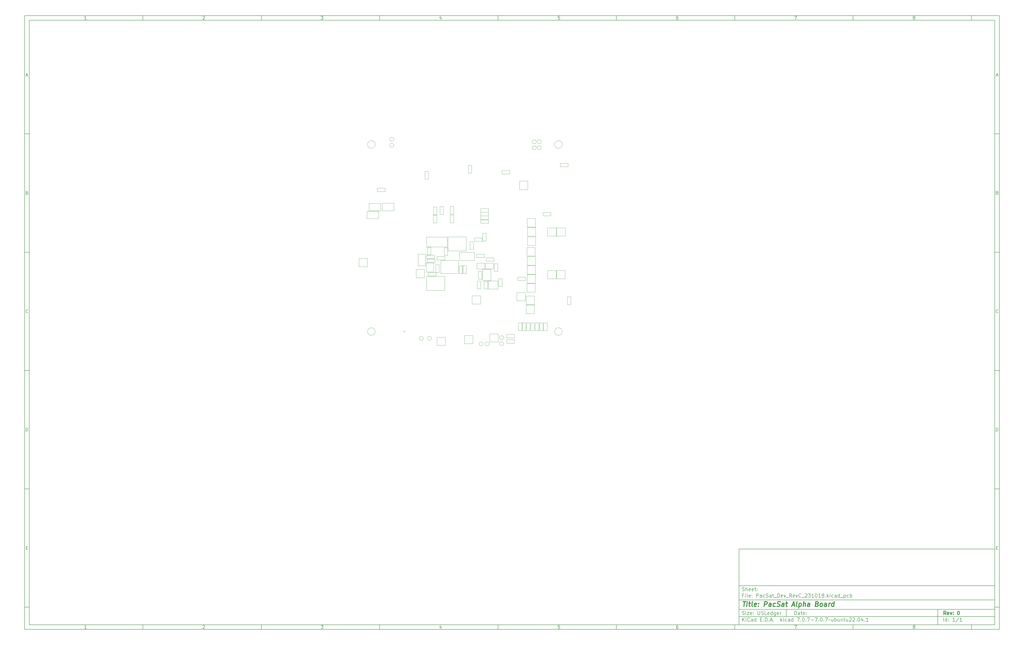
<source format=gbr>
%TF.GenerationSoftware,KiCad,Pcbnew,7.0.7-7.0.7~ubuntu22.04.1*%
%TF.CreationDate,2023-10-26T15:58:48-05:00*%
%TF.ProjectId,PacSat_Dev_RevC_231018,50616353-6174-45f4-9465-765f52657643,0*%
%TF.SameCoordinates,Original*%
%TF.FileFunction,Other,User*%
%FSLAX46Y46*%
G04 Gerber Fmt 4.6, Leading zero omitted, Abs format (unit mm)*
G04 Created by KiCad (PCBNEW 7.0.7-7.0.7~ubuntu22.04.1) date 2023-10-26 15:58:48*
%MOMM*%
%LPD*%
G01*
G04 APERTURE LIST*
%ADD10C,0.100000*%
%ADD11C,0.150000*%
%ADD12C,0.300000*%
%ADD13C,0.400000*%
%ADD14C,0.050000*%
G04 APERTURE END LIST*
D10*
D11*
X311800000Y-235400000D02*
X419800000Y-235400000D01*
X419800000Y-267400000D01*
X311800000Y-267400000D01*
X311800000Y-235400000D01*
D10*
D11*
X10000000Y-10000000D02*
X421800000Y-10000000D01*
X421800000Y-269400000D01*
X10000000Y-269400000D01*
X10000000Y-10000000D01*
D10*
D11*
X12000000Y-12000000D02*
X419800000Y-12000000D01*
X419800000Y-267400000D01*
X12000000Y-267400000D01*
X12000000Y-12000000D01*
D10*
D11*
X60000000Y-12000000D02*
X60000000Y-10000000D01*
D10*
D11*
X110000000Y-12000000D02*
X110000000Y-10000000D01*
D10*
D11*
X160000000Y-12000000D02*
X160000000Y-10000000D01*
D10*
D11*
X210000000Y-12000000D02*
X210000000Y-10000000D01*
D10*
D11*
X260000000Y-12000000D02*
X260000000Y-10000000D01*
D10*
D11*
X310000000Y-12000000D02*
X310000000Y-10000000D01*
D10*
D11*
X360000000Y-12000000D02*
X360000000Y-10000000D01*
D10*
D11*
X410000000Y-12000000D02*
X410000000Y-10000000D01*
D10*
D11*
X36089160Y-11593604D02*
X35346303Y-11593604D01*
X35717731Y-11593604D02*
X35717731Y-10293604D01*
X35717731Y-10293604D02*
X35593922Y-10479319D01*
X35593922Y-10479319D02*
X35470112Y-10603128D01*
X35470112Y-10603128D02*
X35346303Y-10665033D01*
D10*
D11*
X85346303Y-10417414D02*
X85408207Y-10355509D01*
X85408207Y-10355509D02*
X85532017Y-10293604D01*
X85532017Y-10293604D02*
X85841541Y-10293604D01*
X85841541Y-10293604D02*
X85965350Y-10355509D01*
X85965350Y-10355509D02*
X86027255Y-10417414D01*
X86027255Y-10417414D02*
X86089160Y-10541223D01*
X86089160Y-10541223D02*
X86089160Y-10665033D01*
X86089160Y-10665033D02*
X86027255Y-10850747D01*
X86027255Y-10850747D02*
X85284398Y-11593604D01*
X85284398Y-11593604D02*
X86089160Y-11593604D01*
D10*
D11*
X135284398Y-10293604D02*
X136089160Y-10293604D01*
X136089160Y-10293604D02*
X135655826Y-10788842D01*
X135655826Y-10788842D02*
X135841541Y-10788842D01*
X135841541Y-10788842D02*
X135965350Y-10850747D01*
X135965350Y-10850747D02*
X136027255Y-10912652D01*
X136027255Y-10912652D02*
X136089160Y-11036461D01*
X136089160Y-11036461D02*
X136089160Y-11345985D01*
X136089160Y-11345985D02*
X136027255Y-11469795D01*
X136027255Y-11469795D02*
X135965350Y-11531700D01*
X135965350Y-11531700D02*
X135841541Y-11593604D01*
X135841541Y-11593604D02*
X135470112Y-11593604D01*
X135470112Y-11593604D02*
X135346303Y-11531700D01*
X135346303Y-11531700D02*
X135284398Y-11469795D01*
D10*
D11*
X185965350Y-10726938D02*
X185965350Y-11593604D01*
X185655826Y-10231700D02*
X185346303Y-11160271D01*
X185346303Y-11160271D02*
X186151064Y-11160271D01*
D10*
D11*
X236027255Y-10293604D02*
X235408207Y-10293604D01*
X235408207Y-10293604D02*
X235346303Y-10912652D01*
X235346303Y-10912652D02*
X235408207Y-10850747D01*
X235408207Y-10850747D02*
X235532017Y-10788842D01*
X235532017Y-10788842D02*
X235841541Y-10788842D01*
X235841541Y-10788842D02*
X235965350Y-10850747D01*
X235965350Y-10850747D02*
X236027255Y-10912652D01*
X236027255Y-10912652D02*
X236089160Y-11036461D01*
X236089160Y-11036461D02*
X236089160Y-11345985D01*
X236089160Y-11345985D02*
X236027255Y-11469795D01*
X236027255Y-11469795D02*
X235965350Y-11531700D01*
X235965350Y-11531700D02*
X235841541Y-11593604D01*
X235841541Y-11593604D02*
X235532017Y-11593604D01*
X235532017Y-11593604D02*
X235408207Y-11531700D01*
X235408207Y-11531700D02*
X235346303Y-11469795D01*
D10*
D11*
X285965350Y-10293604D02*
X285717731Y-10293604D01*
X285717731Y-10293604D02*
X285593922Y-10355509D01*
X285593922Y-10355509D02*
X285532017Y-10417414D01*
X285532017Y-10417414D02*
X285408207Y-10603128D01*
X285408207Y-10603128D02*
X285346303Y-10850747D01*
X285346303Y-10850747D02*
X285346303Y-11345985D01*
X285346303Y-11345985D02*
X285408207Y-11469795D01*
X285408207Y-11469795D02*
X285470112Y-11531700D01*
X285470112Y-11531700D02*
X285593922Y-11593604D01*
X285593922Y-11593604D02*
X285841541Y-11593604D01*
X285841541Y-11593604D02*
X285965350Y-11531700D01*
X285965350Y-11531700D02*
X286027255Y-11469795D01*
X286027255Y-11469795D02*
X286089160Y-11345985D01*
X286089160Y-11345985D02*
X286089160Y-11036461D01*
X286089160Y-11036461D02*
X286027255Y-10912652D01*
X286027255Y-10912652D02*
X285965350Y-10850747D01*
X285965350Y-10850747D02*
X285841541Y-10788842D01*
X285841541Y-10788842D02*
X285593922Y-10788842D01*
X285593922Y-10788842D02*
X285470112Y-10850747D01*
X285470112Y-10850747D02*
X285408207Y-10912652D01*
X285408207Y-10912652D02*
X285346303Y-11036461D01*
D10*
D11*
X335284398Y-10293604D02*
X336151064Y-10293604D01*
X336151064Y-10293604D02*
X335593922Y-11593604D01*
D10*
D11*
X385593922Y-10850747D02*
X385470112Y-10788842D01*
X385470112Y-10788842D02*
X385408207Y-10726938D01*
X385408207Y-10726938D02*
X385346303Y-10603128D01*
X385346303Y-10603128D02*
X385346303Y-10541223D01*
X385346303Y-10541223D02*
X385408207Y-10417414D01*
X385408207Y-10417414D02*
X385470112Y-10355509D01*
X385470112Y-10355509D02*
X385593922Y-10293604D01*
X385593922Y-10293604D02*
X385841541Y-10293604D01*
X385841541Y-10293604D02*
X385965350Y-10355509D01*
X385965350Y-10355509D02*
X386027255Y-10417414D01*
X386027255Y-10417414D02*
X386089160Y-10541223D01*
X386089160Y-10541223D02*
X386089160Y-10603128D01*
X386089160Y-10603128D02*
X386027255Y-10726938D01*
X386027255Y-10726938D02*
X385965350Y-10788842D01*
X385965350Y-10788842D02*
X385841541Y-10850747D01*
X385841541Y-10850747D02*
X385593922Y-10850747D01*
X385593922Y-10850747D02*
X385470112Y-10912652D01*
X385470112Y-10912652D02*
X385408207Y-10974557D01*
X385408207Y-10974557D02*
X385346303Y-11098366D01*
X385346303Y-11098366D02*
X385346303Y-11345985D01*
X385346303Y-11345985D02*
X385408207Y-11469795D01*
X385408207Y-11469795D02*
X385470112Y-11531700D01*
X385470112Y-11531700D02*
X385593922Y-11593604D01*
X385593922Y-11593604D02*
X385841541Y-11593604D01*
X385841541Y-11593604D02*
X385965350Y-11531700D01*
X385965350Y-11531700D02*
X386027255Y-11469795D01*
X386027255Y-11469795D02*
X386089160Y-11345985D01*
X386089160Y-11345985D02*
X386089160Y-11098366D01*
X386089160Y-11098366D02*
X386027255Y-10974557D01*
X386027255Y-10974557D02*
X385965350Y-10912652D01*
X385965350Y-10912652D02*
X385841541Y-10850747D01*
D10*
D11*
X60000000Y-267400000D02*
X60000000Y-269400000D01*
D10*
D11*
X110000000Y-267400000D02*
X110000000Y-269400000D01*
D10*
D11*
X160000000Y-267400000D02*
X160000000Y-269400000D01*
D10*
D11*
X210000000Y-267400000D02*
X210000000Y-269400000D01*
D10*
D11*
X260000000Y-267400000D02*
X260000000Y-269400000D01*
D10*
D11*
X310000000Y-267400000D02*
X310000000Y-269400000D01*
D10*
D11*
X360000000Y-267400000D02*
X360000000Y-269400000D01*
D10*
D11*
X410000000Y-267400000D02*
X410000000Y-269400000D01*
D10*
D11*
X36089160Y-268993604D02*
X35346303Y-268993604D01*
X35717731Y-268993604D02*
X35717731Y-267693604D01*
X35717731Y-267693604D02*
X35593922Y-267879319D01*
X35593922Y-267879319D02*
X35470112Y-268003128D01*
X35470112Y-268003128D02*
X35346303Y-268065033D01*
D10*
D11*
X85346303Y-267817414D02*
X85408207Y-267755509D01*
X85408207Y-267755509D02*
X85532017Y-267693604D01*
X85532017Y-267693604D02*
X85841541Y-267693604D01*
X85841541Y-267693604D02*
X85965350Y-267755509D01*
X85965350Y-267755509D02*
X86027255Y-267817414D01*
X86027255Y-267817414D02*
X86089160Y-267941223D01*
X86089160Y-267941223D02*
X86089160Y-268065033D01*
X86089160Y-268065033D02*
X86027255Y-268250747D01*
X86027255Y-268250747D02*
X85284398Y-268993604D01*
X85284398Y-268993604D02*
X86089160Y-268993604D01*
D10*
D11*
X135284398Y-267693604D02*
X136089160Y-267693604D01*
X136089160Y-267693604D02*
X135655826Y-268188842D01*
X135655826Y-268188842D02*
X135841541Y-268188842D01*
X135841541Y-268188842D02*
X135965350Y-268250747D01*
X135965350Y-268250747D02*
X136027255Y-268312652D01*
X136027255Y-268312652D02*
X136089160Y-268436461D01*
X136089160Y-268436461D02*
X136089160Y-268745985D01*
X136089160Y-268745985D02*
X136027255Y-268869795D01*
X136027255Y-268869795D02*
X135965350Y-268931700D01*
X135965350Y-268931700D02*
X135841541Y-268993604D01*
X135841541Y-268993604D02*
X135470112Y-268993604D01*
X135470112Y-268993604D02*
X135346303Y-268931700D01*
X135346303Y-268931700D02*
X135284398Y-268869795D01*
D10*
D11*
X185965350Y-268126938D02*
X185965350Y-268993604D01*
X185655826Y-267631700D02*
X185346303Y-268560271D01*
X185346303Y-268560271D02*
X186151064Y-268560271D01*
D10*
D11*
X236027255Y-267693604D02*
X235408207Y-267693604D01*
X235408207Y-267693604D02*
X235346303Y-268312652D01*
X235346303Y-268312652D02*
X235408207Y-268250747D01*
X235408207Y-268250747D02*
X235532017Y-268188842D01*
X235532017Y-268188842D02*
X235841541Y-268188842D01*
X235841541Y-268188842D02*
X235965350Y-268250747D01*
X235965350Y-268250747D02*
X236027255Y-268312652D01*
X236027255Y-268312652D02*
X236089160Y-268436461D01*
X236089160Y-268436461D02*
X236089160Y-268745985D01*
X236089160Y-268745985D02*
X236027255Y-268869795D01*
X236027255Y-268869795D02*
X235965350Y-268931700D01*
X235965350Y-268931700D02*
X235841541Y-268993604D01*
X235841541Y-268993604D02*
X235532017Y-268993604D01*
X235532017Y-268993604D02*
X235408207Y-268931700D01*
X235408207Y-268931700D02*
X235346303Y-268869795D01*
D10*
D11*
X285965350Y-267693604D02*
X285717731Y-267693604D01*
X285717731Y-267693604D02*
X285593922Y-267755509D01*
X285593922Y-267755509D02*
X285532017Y-267817414D01*
X285532017Y-267817414D02*
X285408207Y-268003128D01*
X285408207Y-268003128D02*
X285346303Y-268250747D01*
X285346303Y-268250747D02*
X285346303Y-268745985D01*
X285346303Y-268745985D02*
X285408207Y-268869795D01*
X285408207Y-268869795D02*
X285470112Y-268931700D01*
X285470112Y-268931700D02*
X285593922Y-268993604D01*
X285593922Y-268993604D02*
X285841541Y-268993604D01*
X285841541Y-268993604D02*
X285965350Y-268931700D01*
X285965350Y-268931700D02*
X286027255Y-268869795D01*
X286027255Y-268869795D02*
X286089160Y-268745985D01*
X286089160Y-268745985D02*
X286089160Y-268436461D01*
X286089160Y-268436461D02*
X286027255Y-268312652D01*
X286027255Y-268312652D02*
X285965350Y-268250747D01*
X285965350Y-268250747D02*
X285841541Y-268188842D01*
X285841541Y-268188842D02*
X285593922Y-268188842D01*
X285593922Y-268188842D02*
X285470112Y-268250747D01*
X285470112Y-268250747D02*
X285408207Y-268312652D01*
X285408207Y-268312652D02*
X285346303Y-268436461D01*
D10*
D11*
X335284398Y-267693604D02*
X336151064Y-267693604D01*
X336151064Y-267693604D02*
X335593922Y-268993604D01*
D10*
D11*
X385593922Y-268250747D02*
X385470112Y-268188842D01*
X385470112Y-268188842D02*
X385408207Y-268126938D01*
X385408207Y-268126938D02*
X385346303Y-268003128D01*
X385346303Y-268003128D02*
X385346303Y-267941223D01*
X385346303Y-267941223D02*
X385408207Y-267817414D01*
X385408207Y-267817414D02*
X385470112Y-267755509D01*
X385470112Y-267755509D02*
X385593922Y-267693604D01*
X385593922Y-267693604D02*
X385841541Y-267693604D01*
X385841541Y-267693604D02*
X385965350Y-267755509D01*
X385965350Y-267755509D02*
X386027255Y-267817414D01*
X386027255Y-267817414D02*
X386089160Y-267941223D01*
X386089160Y-267941223D02*
X386089160Y-268003128D01*
X386089160Y-268003128D02*
X386027255Y-268126938D01*
X386027255Y-268126938D02*
X385965350Y-268188842D01*
X385965350Y-268188842D02*
X385841541Y-268250747D01*
X385841541Y-268250747D02*
X385593922Y-268250747D01*
X385593922Y-268250747D02*
X385470112Y-268312652D01*
X385470112Y-268312652D02*
X385408207Y-268374557D01*
X385408207Y-268374557D02*
X385346303Y-268498366D01*
X385346303Y-268498366D02*
X385346303Y-268745985D01*
X385346303Y-268745985D02*
X385408207Y-268869795D01*
X385408207Y-268869795D02*
X385470112Y-268931700D01*
X385470112Y-268931700D02*
X385593922Y-268993604D01*
X385593922Y-268993604D02*
X385841541Y-268993604D01*
X385841541Y-268993604D02*
X385965350Y-268931700D01*
X385965350Y-268931700D02*
X386027255Y-268869795D01*
X386027255Y-268869795D02*
X386089160Y-268745985D01*
X386089160Y-268745985D02*
X386089160Y-268498366D01*
X386089160Y-268498366D02*
X386027255Y-268374557D01*
X386027255Y-268374557D02*
X385965350Y-268312652D01*
X385965350Y-268312652D02*
X385841541Y-268250747D01*
D10*
D11*
X10000000Y-60000000D02*
X12000000Y-60000000D01*
D10*
D11*
X10000000Y-110000000D02*
X12000000Y-110000000D01*
D10*
D11*
X10000000Y-160000000D02*
X12000000Y-160000000D01*
D10*
D11*
X10000000Y-210000000D02*
X12000000Y-210000000D01*
D10*
D11*
X10000000Y-260000000D02*
X12000000Y-260000000D01*
D10*
D11*
X10690476Y-35222176D02*
X11309523Y-35222176D01*
X10566666Y-35593604D02*
X10999999Y-34293604D01*
X10999999Y-34293604D02*
X11433333Y-35593604D01*
D10*
D11*
X11092857Y-84912652D02*
X11278571Y-84974557D01*
X11278571Y-84974557D02*
X11340476Y-85036461D01*
X11340476Y-85036461D02*
X11402380Y-85160271D01*
X11402380Y-85160271D02*
X11402380Y-85345985D01*
X11402380Y-85345985D02*
X11340476Y-85469795D01*
X11340476Y-85469795D02*
X11278571Y-85531700D01*
X11278571Y-85531700D02*
X11154761Y-85593604D01*
X11154761Y-85593604D02*
X10659523Y-85593604D01*
X10659523Y-85593604D02*
X10659523Y-84293604D01*
X10659523Y-84293604D02*
X11092857Y-84293604D01*
X11092857Y-84293604D02*
X11216666Y-84355509D01*
X11216666Y-84355509D02*
X11278571Y-84417414D01*
X11278571Y-84417414D02*
X11340476Y-84541223D01*
X11340476Y-84541223D02*
X11340476Y-84665033D01*
X11340476Y-84665033D02*
X11278571Y-84788842D01*
X11278571Y-84788842D02*
X11216666Y-84850747D01*
X11216666Y-84850747D02*
X11092857Y-84912652D01*
X11092857Y-84912652D02*
X10659523Y-84912652D01*
D10*
D11*
X11402380Y-135469795D02*
X11340476Y-135531700D01*
X11340476Y-135531700D02*
X11154761Y-135593604D01*
X11154761Y-135593604D02*
X11030952Y-135593604D01*
X11030952Y-135593604D02*
X10845238Y-135531700D01*
X10845238Y-135531700D02*
X10721428Y-135407890D01*
X10721428Y-135407890D02*
X10659523Y-135284080D01*
X10659523Y-135284080D02*
X10597619Y-135036461D01*
X10597619Y-135036461D02*
X10597619Y-134850747D01*
X10597619Y-134850747D02*
X10659523Y-134603128D01*
X10659523Y-134603128D02*
X10721428Y-134479319D01*
X10721428Y-134479319D02*
X10845238Y-134355509D01*
X10845238Y-134355509D02*
X11030952Y-134293604D01*
X11030952Y-134293604D02*
X11154761Y-134293604D01*
X11154761Y-134293604D02*
X11340476Y-134355509D01*
X11340476Y-134355509D02*
X11402380Y-134417414D01*
D10*
D11*
X10659523Y-185593604D02*
X10659523Y-184293604D01*
X10659523Y-184293604D02*
X10969047Y-184293604D01*
X10969047Y-184293604D02*
X11154761Y-184355509D01*
X11154761Y-184355509D02*
X11278571Y-184479319D01*
X11278571Y-184479319D02*
X11340476Y-184603128D01*
X11340476Y-184603128D02*
X11402380Y-184850747D01*
X11402380Y-184850747D02*
X11402380Y-185036461D01*
X11402380Y-185036461D02*
X11340476Y-185284080D01*
X11340476Y-185284080D02*
X11278571Y-185407890D01*
X11278571Y-185407890D02*
X11154761Y-185531700D01*
X11154761Y-185531700D02*
X10969047Y-185593604D01*
X10969047Y-185593604D02*
X10659523Y-185593604D01*
D10*
D11*
X10721428Y-234912652D02*
X11154762Y-234912652D01*
X11340476Y-235593604D02*
X10721428Y-235593604D01*
X10721428Y-235593604D02*
X10721428Y-234293604D01*
X10721428Y-234293604D02*
X11340476Y-234293604D01*
D10*
D11*
X421800000Y-60000000D02*
X419800000Y-60000000D01*
D10*
D11*
X421800000Y-110000000D02*
X419800000Y-110000000D01*
D10*
D11*
X421800000Y-160000000D02*
X419800000Y-160000000D01*
D10*
D11*
X421800000Y-210000000D02*
X419800000Y-210000000D01*
D10*
D11*
X421800000Y-260000000D02*
X419800000Y-260000000D01*
D10*
D11*
X420490476Y-35222176D02*
X421109523Y-35222176D01*
X420366666Y-35593604D02*
X420799999Y-34293604D01*
X420799999Y-34293604D02*
X421233333Y-35593604D01*
D10*
D11*
X420892857Y-84912652D02*
X421078571Y-84974557D01*
X421078571Y-84974557D02*
X421140476Y-85036461D01*
X421140476Y-85036461D02*
X421202380Y-85160271D01*
X421202380Y-85160271D02*
X421202380Y-85345985D01*
X421202380Y-85345985D02*
X421140476Y-85469795D01*
X421140476Y-85469795D02*
X421078571Y-85531700D01*
X421078571Y-85531700D02*
X420954761Y-85593604D01*
X420954761Y-85593604D02*
X420459523Y-85593604D01*
X420459523Y-85593604D02*
X420459523Y-84293604D01*
X420459523Y-84293604D02*
X420892857Y-84293604D01*
X420892857Y-84293604D02*
X421016666Y-84355509D01*
X421016666Y-84355509D02*
X421078571Y-84417414D01*
X421078571Y-84417414D02*
X421140476Y-84541223D01*
X421140476Y-84541223D02*
X421140476Y-84665033D01*
X421140476Y-84665033D02*
X421078571Y-84788842D01*
X421078571Y-84788842D02*
X421016666Y-84850747D01*
X421016666Y-84850747D02*
X420892857Y-84912652D01*
X420892857Y-84912652D02*
X420459523Y-84912652D01*
D10*
D11*
X421202380Y-135469795D02*
X421140476Y-135531700D01*
X421140476Y-135531700D02*
X420954761Y-135593604D01*
X420954761Y-135593604D02*
X420830952Y-135593604D01*
X420830952Y-135593604D02*
X420645238Y-135531700D01*
X420645238Y-135531700D02*
X420521428Y-135407890D01*
X420521428Y-135407890D02*
X420459523Y-135284080D01*
X420459523Y-135284080D02*
X420397619Y-135036461D01*
X420397619Y-135036461D02*
X420397619Y-134850747D01*
X420397619Y-134850747D02*
X420459523Y-134603128D01*
X420459523Y-134603128D02*
X420521428Y-134479319D01*
X420521428Y-134479319D02*
X420645238Y-134355509D01*
X420645238Y-134355509D02*
X420830952Y-134293604D01*
X420830952Y-134293604D02*
X420954761Y-134293604D01*
X420954761Y-134293604D02*
X421140476Y-134355509D01*
X421140476Y-134355509D02*
X421202380Y-134417414D01*
D10*
D11*
X420459523Y-185593604D02*
X420459523Y-184293604D01*
X420459523Y-184293604D02*
X420769047Y-184293604D01*
X420769047Y-184293604D02*
X420954761Y-184355509D01*
X420954761Y-184355509D02*
X421078571Y-184479319D01*
X421078571Y-184479319D02*
X421140476Y-184603128D01*
X421140476Y-184603128D02*
X421202380Y-184850747D01*
X421202380Y-184850747D02*
X421202380Y-185036461D01*
X421202380Y-185036461D02*
X421140476Y-185284080D01*
X421140476Y-185284080D02*
X421078571Y-185407890D01*
X421078571Y-185407890D02*
X420954761Y-185531700D01*
X420954761Y-185531700D02*
X420769047Y-185593604D01*
X420769047Y-185593604D02*
X420459523Y-185593604D01*
D10*
D11*
X420521428Y-234912652D02*
X420954762Y-234912652D01*
X421140476Y-235593604D02*
X420521428Y-235593604D01*
X420521428Y-235593604D02*
X420521428Y-234293604D01*
X420521428Y-234293604D02*
X421140476Y-234293604D01*
D10*
D11*
X335255826Y-263186128D02*
X335255826Y-261686128D01*
X335255826Y-261686128D02*
X335612969Y-261686128D01*
X335612969Y-261686128D02*
X335827255Y-261757557D01*
X335827255Y-261757557D02*
X335970112Y-261900414D01*
X335970112Y-261900414D02*
X336041541Y-262043271D01*
X336041541Y-262043271D02*
X336112969Y-262328985D01*
X336112969Y-262328985D02*
X336112969Y-262543271D01*
X336112969Y-262543271D02*
X336041541Y-262828985D01*
X336041541Y-262828985D02*
X335970112Y-262971842D01*
X335970112Y-262971842D02*
X335827255Y-263114700D01*
X335827255Y-263114700D02*
X335612969Y-263186128D01*
X335612969Y-263186128D02*
X335255826Y-263186128D01*
X337398684Y-263186128D02*
X337398684Y-262400414D01*
X337398684Y-262400414D02*
X337327255Y-262257557D01*
X337327255Y-262257557D02*
X337184398Y-262186128D01*
X337184398Y-262186128D02*
X336898684Y-262186128D01*
X336898684Y-262186128D02*
X336755826Y-262257557D01*
X337398684Y-263114700D02*
X337255826Y-263186128D01*
X337255826Y-263186128D02*
X336898684Y-263186128D01*
X336898684Y-263186128D02*
X336755826Y-263114700D01*
X336755826Y-263114700D02*
X336684398Y-262971842D01*
X336684398Y-262971842D02*
X336684398Y-262828985D01*
X336684398Y-262828985D02*
X336755826Y-262686128D01*
X336755826Y-262686128D02*
X336898684Y-262614700D01*
X336898684Y-262614700D02*
X337255826Y-262614700D01*
X337255826Y-262614700D02*
X337398684Y-262543271D01*
X337898684Y-262186128D02*
X338470112Y-262186128D01*
X338112969Y-261686128D02*
X338112969Y-262971842D01*
X338112969Y-262971842D02*
X338184398Y-263114700D01*
X338184398Y-263114700D02*
X338327255Y-263186128D01*
X338327255Y-263186128D02*
X338470112Y-263186128D01*
X339541541Y-263114700D02*
X339398684Y-263186128D01*
X339398684Y-263186128D02*
X339112970Y-263186128D01*
X339112970Y-263186128D02*
X338970112Y-263114700D01*
X338970112Y-263114700D02*
X338898684Y-262971842D01*
X338898684Y-262971842D02*
X338898684Y-262400414D01*
X338898684Y-262400414D02*
X338970112Y-262257557D01*
X338970112Y-262257557D02*
X339112970Y-262186128D01*
X339112970Y-262186128D02*
X339398684Y-262186128D01*
X339398684Y-262186128D02*
X339541541Y-262257557D01*
X339541541Y-262257557D02*
X339612970Y-262400414D01*
X339612970Y-262400414D02*
X339612970Y-262543271D01*
X339612970Y-262543271D02*
X338898684Y-262686128D01*
X340255826Y-263043271D02*
X340327255Y-263114700D01*
X340327255Y-263114700D02*
X340255826Y-263186128D01*
X340255826Y-263186128D02*
X340184398Y-263114700D01*
X340184398Y-263114700D02*
X340255826Y-263043271D01*
X340255826Y-263043271D02*
X340255826Y-263186128D01*
X340255826Y-262257557D02*
X340327255Y-262328985D01*
X340327255Y-262328985D02*
X340255826Y-262400414D01*
X340255826Y-262400414D02*
X340184398Y-262328985D01*
X340184398Y-262328985D02*
X340255826Y-262257557D01*
X340255826Y-262257557D02*
X340255826Y-262400414D01*
D10*
D11*
X311800000Y-263900000D02*
X419800000Y-263900000D01*
D10*
D11*
X313255826Y-265986128D02*
X313255826Y-264486128D01*
X314112969Y-265986128D02*
X313470112Y-265128985D01*
X314112969Y-264486128D02*
X313255826Y-265343271D01*
X314755826Y-265986128D02*
X314755826Y-264986128D01*
X314755826Y-264486128D02*
X314684398Y-264557557D01*
X314684398Y-264557557D02*
X314755826Y-264628985D01*
X314755826Y-264628985D02*
X314827255Y-264557557D01*
X314827255Y-264557557D02*
X314755826Y-264486128D01*
X314755826Y-264486128D02*
X314755826Y-264628985D01*
X316327255Y-265843271D02*
X316255827Y-265914700D01*
X316255827Y-265914700D02*
X316041541Y-265986128D01*
X316041541Y-265986128D02*
X315898684Y-265986128D01*
X315898684Y-265986128D02*
X315684398Y-265914700D01*
X315684398Y-265914700D02*
X315541541Y-265771842D01*
X315541541Y-265771842D02*
X315470112Y-265628985D01*
X315470112Y-265628985D02*
X315398684Y-265343271D01*
X315398684Y-265343271D02*
X315398684Y-265128985D01*
X315398684Y-265128985D02*
X315470112Y-264843271D01*
X315470112Y-264843271D02*
X315541541Y-264700414D01*
X315541541Y-264700414D02*
X315684398Y-264557557D01*
X315684398Y-264557557D02*
X315898684Y-264486128D01*
X315898684Y-264486128D02*
X316041541Y-264486128D01*
X316041541Y-264486128D02*
X316255827Y-264557557D01*
X316255827Y-264557557D02*
X316327255Y-264628985D01*
X317612970Y-265986128D02*
X317612970Y-265200414D01*
X317612970Y-265200414D02*
X317541541Y-265057557D01*
X317541541Y-265057557D02*
X317398684Y-264986128D01*
X317398684Y-264986128D02*
X317112970Y-264986128D01*
X317112970Y-264986128D02*
X316970112Y-265057557D01*
X317612970Y-265914700D02*
X317470112Y-265986128D01*
X317470112Y-265986128D02*
X317112970Y-265986128D01*
X317112970Y-265986128D02*
X316970112Y-265914700D01*
X316970112Y-265914700D02*
X316898684Y-265771842D01*
X316898684Y-265771842D02*
X316898684Y-265628985D01*
X316898684Y-265628985D02*
X316970112Y-265486128D01*
X316970112Y-265486128D02*
X317112970Y-265414700D01*
X317112970Y-265414700D02*
X317470112Y-265414700D01*
X317470112Y-265414700D02*
X317612970Y-265343271D01*
X318970113Y-265986128D02*
X318970113Y-264486128D01*
X318970113Y-265914700D02*
X318827255Y-265986128D01*
X318827255Y-265986128D02*
X318541541Y-265986128D01*
X318541541Y-265986128D02*
X318398684Y-265914700D01*
X318398684Y-265914700D02*
X318327255Y-265843271D01*
X318327255Y-265843271D02*
X318255827Y-265700414D01*
X318255827Y-265700414D02*
X318255827Y-265271842D01*
X318255827Y-265271842D02*
X318327255Y-265128985D01*
X318327255Y-265128985D02*
X318398684Y-265057557D01*
X318398684Y-265057557D02*
X318541541Y-264986128D01*
X318541541Y-264986128D02*
X318827255Y-264986128D01*
X318827255Y-264986128D02*
X318970113Y-265057557D01*
X320827255Y-265200414D02*
X321327255Y-265200414D01*
X321541541Y-265986128D02*
X320827255Y-265986128D01*
X320827255Y-265986128D02*
X320827255Y-264486128D01*
X320827255Y-264486128D02*
X321541541Y-264486128D01*
X322184398Y-265843271D02*
X322255827Y-265914700D01*
X322255827Y-265914700D02*
X322184398Y-265986128D01*
X322184398Y-265986128D02*
X322112970Y-265914700D01*
X322112970Y-265914700D02*
X322184398Y-265843271D01*
X322184398Y-265843271D02*
X322184398Y-265986128D01*
X322898684Y-265986128D02*
X322898684Y-264486128D01*
X322898684Y-264486128D02*
X323255827Y-264486128D01*
X323255827Y-264486128D02*
X323470113Y-264557557D01*
X323470113Y-264557557D02*
X323612970Y-264700414D01*
X323612970Y-264700414D02*
X323684399Y-264843271D01*
X323684399Y-264843271D02*
X323755827Y-265128985D01*
X323755827Y-265128985D02*
X323755827Y-265343271D01*
X323755827Y-265343271D02*
X323684399Y-265628985D01*
X323684399Y-265628985D02*
X323612970Y-265771842D01*
X323612970Y-265771842D02*
X323470113Y-265914700D01*
X323470113Y-265914700D02*
X323255827Y-265986128D01*
X323255827Y-265986128D02*
X322898684Y-265986128D01*
X324398684Y-265843271D02*
X324470113Y-265914700D01*
X324470113Y-265914700D02*
X324398684Y-265986128D01*
X324398684Y-265986128D02*
X324327256Y-265914700D01*
X324327256Y-265914700D02*
X324398684Y-265843271D01*
X324398684Y-265843271D02*
X324398684Y-265986128D01*
X325041542Y-265557557D02*
X325755828Y-265557557D01*
X324898685Y-265986128D02*
X325398685Y-264486128D01*
X325398685Y-264486128D02*
X325898685Y-265986128D01*
X326398684Y-265843271D02*
X326470113Y-265914700D01*
X326470113Y-265914700D02*
X326398684Y-265986128D01*
X326398684Y-265986128D02*
X326327256Y-265914700D01*
X326327256Y-265914700D02*
X326398684Y-265843271D01*
X326398684Y-265843271D02*
X326398684Y-265986128D01*
X329398684Y-265986128D02*
X329398684Y-264486128D01*
X329541542Y-265414700D02*
X329970113Y-265986128D01*
X329970113Y-264986128D02*
X329398684Y-265557557D01*
X330612970Y-265986128D02*
X330612970Y-264986128D01*
X330612970Y-264486128D02*
X330541542Y-264557557D01*
X330541542Y-264557557D02*
X330612970Y-264628985D01*
X330612970Y-264628985D02*
X330684399Y-264557557D01*
X330684399Y-264557557D02*
X330612970Y-264486128D01*
X330612970Y-264486128D02*
X330612970Y-264628985D01*
X331970114Y-265914700D02*
X331827256Y-265986128D01*
X331827256Y-265986128D02*
X331541542Y-265986128D01*
X331541542Y-265986128D02*
X331398685Y-265914700D01*
X331398685Y-265914700D02*
X331327256Y-265843271D01*
X331327256Y-265843271D02*
X331255828Y-265700414D01*
X331255828Y-265700414D02*
X331255828Y-265271842D01*
X331255828Y-265271842D02*
X331327256Y-265128985D01*
X331327256Y-265128985D02*
X331398685Y-265057557D01*
X331398685Y-265057557D02*
X331541542Y-264986128D01*
X331541542Y-264986128D02*
X331827256Y-264986128D01*
X331827256Y-264986128D02*
X331970114Y-265057557D01*
X333255828Y-265986128D02*
X333255828Y-265200414D01*
X333255828Y-265200414D02*
X333184399Y-265057557D01*
X333184399Y-265057557D02*
X333041542Y-264986128D01*
X333041542Y-264986128D02*
X332755828Y-264986128D01*
X332755828Y-264986128D02*
X332612970Y-265057557D01*
X333255828Y-265914700D02*
X333112970Y-265986128D01*
X333112970Y-265986128D02*
X332755828Y-265986128D01*
X332755828Y-265986128D02*
X332612970Y-265914700D01*
X332612970Y-265914700D02*
X332541542Y-265771842D01*
X332541542Y-265771842D02*
X332541542Y-265628985D01*
X332541542Y-265628985D02*
X332612970Y-265486128D01*
X332612970Y-265486128D02*
X332755828Y-265414700D01*
X332755828Y-265414700D02*
X333112970Y-265414700D01*
X333112970Y-265414700D02*
X333255828Y-265343271D01*
X334612971Y-265986128D02*
X334612971Y-264486128D01*
X334612971Y-265914700D02*
X334470113Y-265986128D01*
X334470113Y-265986128D02*
X334184399Y-265986128D01*
X334184399Y-265986128D02*
X334041542Y-265914700D01*
X334041542Y-265914700D02*
X333970113Y-265843271D01*
X333970113Y-265843271D02*
X333898685Y-265700414D01*
X333898685Y-265700414D02*
X333898685Y-265271842D01*
X333898685Y-265271842D02*
X333970113Y-265128985D01*
X333970113Y-265128985D02*
X334041542Y-265057557D01*
X334041542Y-265057557D02*
X334184399Y-264986128D01*
X334184399Y-264986128D02*
X334470113Y-264986128D01*
X334470113Y-264986128D02*
X334612971Y-265057557D01*
X336327256Y-264486128D02*
X337327256Y-264486128D01*
X337327256Y-264486128D02*
X336684399Y-265986128D01*
X337898684Y-265843271D02*
X337970113Y-265914700D01*
X337970113Y-265914700D02*
X337898684Y-265986128D01*
X337898684Y-265986128D02*
X337827256Y-265914700D01*
X337827256Y-265914700D02*
X337898684Y-265843271D01*
X337898684Y-265843271D02*
X337898684Y-265986128D01*
X338898685Y-264486128D02*
X339041542Y-264486128D01*
X339041542Y-264486128D02*
X339184399Y-264557557D01*
X339184399Y-264557557D02*
X339255828Y-264628985D01*
X339255828Y-264628985D02*
X339327256Y-264771842D01*
X339327256Y-264771842D02*
X339398685Y-265057557D01*
X339398685Y-265057557D02*
X339398685Y-265414700D01*
X339398685Y-265414700D02*
X339327256Y-265700414D01*
X339327256Y-265700414D02*
X339255828Y-265843271D01*
X339255828Y-265843271D02*
X339184399Y-265914700D01*
X339184399Y-265914700D02*
X339041542Y-265986128D01*
X339041542Y-265986128D02*
X338898685Y-265986128D01*
X338898685Y-265986128D02*
X338755828Y-265914700D01*
X338755828Y-265914700D02*
X338684399Y-265843271D01*
X338684399Y-265843271D02*
X338612970Y-265700414D01*
X338612970Y-265700414D02*
X338541542Y-265414700D01*
X338541542Y-265414700D02*
X338541542Y-265057557D01*
X338541542Y-265057557D02*
X338612970Y-264771842D01*
X338612970Y-264771842D02*
X338684399Y-264628985D01*
X338684399Y-264628985D02*
X338755828Y-264557557D01*
X338755828Y-264557557D02*
X338898685Y-264486128D01*
X340041541Y-265843271D02*
X340112970Y-265914700D01*
X340112970Y-265914700D02*
X340041541Y-265986128D01*
X340041541Y-265986128D02*
X339970113Y-265914700D01*
X339970113Y-265914700D02*
X340041541Y-265843271D01*
X340041541Y-265843271D02*
X340041541Y-265986128D01*
X340612970Y-264486128D02*
X341612970Y-264486128D01*
X341612970Y-264486128D02*
X340970113Y-265986128D01*
X342184398Y-265414700D02*
X343327256Y-265414700D01*
X343898684Y-264486128D02*
X344898684Y-264486128D01*
X344898684Y-264486128D02*
X344255827Y-265986128D01*
X345470112Y-265843271D02*
X345541541Y-265914700D01*
X345541541Y-265914700D02*
X345470112Y-265986128D01*
X345470112Y-265986128D02*
X345398684Y-265914700D01*
X345398684Y-265914700D02*
X345470112Y-265843271D01*
X345470112Y-265843271D02*
X345470112Y-265986128D01*
X346470113Y-264486128D02*
X346612970Y-264486128D01*
X346612970Y-264486128D02*
X346755827Y-264557557D01*
X346755827Y-264557557D02*
X346827256Y-264628985D01*
X346827256Y-264628985D02*
X346898684Y-264771842D01*
X346898684Y-264771842D02*
X346970113Y-265057557D01*
X346970113Y-265057557D02*
X346970113Y-265414700D01*
X346970113Y-265414700D02*
X346898684Y-265700414D01*
X346898684Y-265700414D02*
X346827256Y-265843271D01*
X346827256Y-265843271D02*
X346755827Y-265914700D01*
X346755827Y-265914700D02*
X346612970Y-265986128D01*
X346612970Y-265986128D02*
X346470113Y-265986128D01*
X346470113Y-265986128D02*
X346327256Y-265914700D01*
X346327256Y-265914700D02*
X346255827Y-265843271D01*
X346255827Y-265843271D02*
X346184398Y-265700414D01*
X346184398Y-265700414D02*
X346112970Y-265414700D01*
X346112970Y-265414700D02*
X346112970Y-265057557D01*
X346112970Y-265057557D02*
X346184398Y-264771842D01*
X346184398Y-264771842D02*
X346255827Y-264628985D01*
X346255827Y-264628985D02*
X346327256Y-264557557D01*
X346327256Y-264557557D02*
X346470113Y-264486128D01*
X347612969Y-265843271D02*
X347684398Y-265914700D01*
X347684398Y-265914700D02*
X347612969Y-265986128D01*
X347612969Y-265986128D02*
X347541541Y-265914700D01*
X347541541Y-265914700D02*
X347612969Y-265843271D01*
X347612969Y-265843271D02*
X347612969Y-265986128D01*
X348184398Y-264486128D02*
X349184398Y-264486128D01*
X349184398Y-264486128D02*
X348541541Y-265986128D01*
X349541541Y-265414700D02*
X349612969Y-265343271D01*
X349612969Y-265343271D02*
X349755826Y-265271842D01*
X349755826Y-265271842D02*
X350041541Y-265414700D01*
X350041541Y-265414700D02*
X350184398Y-265343271D01*
X350184398Y-265343271D02*
X350255826Y-265271842D01*
X351470113Y-264986128D02*
X351470113Y-265986128D01*
X350827255Y-264986128D02*
X350827255Y-265771842D01*
X350827255Y-265771842D02*
X350898684Y-265914700D01*
X350898684Y-265914700D02*
X351041541Y-265986128D01*
X351041541Y-265986128D02*
X351255827Y-265986128D01*
X351255827Y-265986128D02*
X351398684Y-265914700D01*
X351398684Y-265914700D02*
X351470113Y-265843271D01*
X352184398Y-265986128D02*
X352184398Y-264486128D01*
X352184398Y-265057557D02*
X352327256Y-264986128D01*
X352327256Y-264986128D02*
X352612970Y-264986128D01*
X352612970Y-264986128D02*
X352755827Y-265057557D01*
X352755827Y-265057557D02*
X352827256Y-265128985D01*
X352827256Y-265128985D02*
X352898684Y-265271842D01*
X352898684Y-265271842D02*
X352898684Y-265700414D01*
X352898684Y-265700414D02*
X352827256Y-265843271D01*
X352827256Y-265843271D02*
X352755827Y-265914700D01*
X352755827Y-265914700D02*
X352612970Y-265986128D01*
X352612970Y-265986128D02*
X352327256Y-265986128D01*
X352327256Y-265986128D02*
X352184398Y-265914700D01*
X354184399Y-264986128D02*
X354184399Y-265986128D01*
X353541541Y-264986128D02*
X353541541Y-265771842D01*
X353541541Y-265771842D02*
X353612970Y-265914700D01*
X353612970Y-265914700D02*
X353755827Y-265986128D01*
X353755827Y-265986128D02*
X353970113Y-265986128D01*
X353970113Y-265986128D02*
X354112970Y-265914700D01*
X354112970Y-265914700D02*
X354184399Y-265843271D01*
X354898684Y-264986128D02*
X354898684Y-265986128D01*
X354898684Y-265128985D02*
X354970113Y-265057557D01*
X354970113Y-265057557D02*
X355112970Y-264986128D01*
X355112970Y-264986128D02*
X355327256Y-264986128D01*
X355327256Y-264986128D02*
X355470113Y-265057557D01*
X355470113Y-265057557D02*
X355541542Y-265200414D01*
X355541542Y-265200414D02*
X355541542Y-265986128D01*
X356041542Y-264986128D02*
X356612970Y-264986128D01*
X356255827Y-264486128D02*
X356255827Y-265771842D01*
X356255827Y-265771842D02*
X356327256Y-265914700D01*
X356327256Y-265914700D02*
X356470113Y-265986128D01*
X356470113Y-265986128D02*
X356612970Y-265986128D01*
X357755828Y-264986128D02*
X357755828Y-265986128D01*
X357112970Y-264986128D02*
X357112970Y-265771842D01*
X357112970Y-265771842D02*
X357184399Y-265914700D01*
X357184399Y-265914700D02*
X357327256Y-265986128D01*
X357327256Y-265986128D02*
X357541542Y-265986128D01*
X357541542Y-265986128D02*
X357684399Y-265914700D01*
X357684399Y-265914700D02*
X357755828Y-265843271D01*
X358398685Y-264628985D02*
X358470113Y-264557557D01*
X358470113Y-264557557D02*
X358612971Y-264486128D01*
X358612971Y-264486128D02*
X358970113Y-264486128D01*
X358970113Y-264486128D02*
X359112971Y-264557557D01*
X359112971Y-264557557D02*
X359184399Y-264628985D01*
X359184399Y-264628985D02*
X359255828Y-264771842D01*
X359255828Y-264771842D02*
X359255828Y-264914700D01*
X359255828Y-264914700D02*
X359184399Y-265128985D01*
X359184399Y-265128985D02*
X358327256Y-265986128D01*
X358327256Y-265986128D02*
X359255828Y-265986128D01*
X359827256Y-264628985D02*
X359898684Y-264557557D01*
X359898684Y-264557557D02*
X360041542Y-264486128D01*
X360041542Y-264486128D02*
X360398684Y-264486128D01*
X360398684Y-264486128D02*
X360541542Y-264557557D01*
X360541542Y-264557557D02*
X360612970Y-264628985D01*
X360612970Y-264628985D02*
X360684399Y-264771842D01*
X360684399Y-264771842D02*
X360684399Y-264914700D01*
X360684399Y-264914700D02*
X360612970Y-265128985D01*
X360612970Y-265128985D02*
X359755827Y-265986128D01*
X359755827Y-265986128D02*
X360684399Y-265986128D01*
X361327255Y-265843271D02*
X361398684Y-265914700D01*
X361398684Y-265914700D02*
X361327255Y-265986128D01*
X361327255Y-265986128D02*
X361255827Y-265914700D01*
X361255827Y-265914700D02*
X361327255Y-265843271D01*
X361327255Y-265843271D02*
X361327255Y-265986128D01*
X362327256Y-264486128D02*
X362470113Y-264486128D01*
X362470113Y-264486128D02*
X362612970Y-264557557D01*
X362612970Y-264557557D02*
X362684399Y-264628985D01*
X362684399Y-264628985D02*
X362755827Y-264771842D01*
X362755827Y-264771842D02*
X362827256Y-265057557D01*
X362827256Y-265057557D02*
X362827256Y-265414700D01*
X362827256Y-265414700D02*
X362755827Y-265700414D01*
X362755827Y-265700414D02*
X362684399Y-265843271D01*
X362684399Y-265843271D02*
X362612970Y-265914700D01*
X362612970Y-265914700D02*
X362470113Y-265986128D01*
X362470113Y-265986128D02*
X362327256Y-265986128D01*
X362327256Y-265986128D02*
X362184399Y-265914700D01*
X362184399Y-265914700D02*
X362112970Y-265843271D01*
X362112970Y-265843271D02*
X362041541Y-265700414D01*
X362041541Y-265700414D02*
X361970113Y-265414700D01*
X361970113Y-265414700D02*
X361970113Y-265057557D01*
X361970113Y-265057557D02*
X362041541Y-264771842D01*
X362041541Y-264771842D02*
X362112970Y-264628985D01*
X362112970Y-264628985D02*
X362184399Y-264557557D01*
X362184399Y-264557557D02*
X362327256Y-264486128D01*
X364112970Y-264986128D02*
X364112970Y-265986128D01*
X363755827Y-264414700D02*
X363398684Y-265486128D01*
X363398684Y-265486128D02*
X364327255Y-265486128D01*
X364898683Y-265843271D02*
X364970112Y-265914700D01*
X364970112Y-265914700D02*
X364898683Y-265986128D01*
X364898683Y-265986128D02*
X364827255Y-265914700D01*
X364827255Y-265914700D02*
X364898683Y-265843271D01*
X364898683Y-265843271D02*
X364898683Y-265986128D01*
X366398684Y-265986128D02*
X365541541Y-265986128D01*
X365970112Y-265986128D02*
X365970112Y-264486128D01*
X365970112Y-264486128D02*
X365827255Y-264700414D01*
X365827255Y-264700414D02*
X365684398Y-264843271D01*
X365684398Y-264843271D02*
X365541541Y-264914700D01*
D10*
D11*
X311800000Y-260900000D02*
X419800000Y-260900000D01*
D10*
D12*
X399211653Y-263178328D02*
X398711653Y-262464042D01*
X398354510Y-263178328D02*
X398354510Y-261678328D01*
X398354510Y-261678328D02*
X398925939Y-261678328D01*
X398925939Y-261678328D02*
X399068796Y-261749757D01*
X399068796Y-261749757D02*
X399140225Y-261821185D01*
X399140225Y-261821185D02*
X399211653Y-261964042D01*
X399211653Y-261964042D02*
X399211653Y-262178328D01*
X399211653Y-262178328D02*
X399140225Y-262321185D01*
X399140225Y-262321185D02*
X399068796Y-262392614D01*
X399068796Y-262392614D02*
X398925939Y-262464042D01*
X398925939Y-262464042D02*
X398354510Y-262464042D01*
X400425939Y-263106900D02*
X400283082Y-263178328D01*
X400283082Y-263178328D02*
X399997368Y-263178328D01*
X399997368Y-263178328D02*
X399854510Y-263106900D01*
X399854510Y-263106900D02*
X399783082Y-262964042D01*
X399783082Y-262964042D02*
X399783082Y-262392614D01*
X399783082Y-262392614D02*
X399854510Y-262249757D01*
X399854510Y-262249757D02*
X399997368Y-262178328D01*
X399997368Y-262178328D02*
X400283082Y-262178328D01*
X400283082Y-262178328D02*
X400425939Y-262249757D01*
X400425939Y-262249757D02*
X400497368Y-262392614D01*
X400497368Y-262392614D02*
X400497368Y-262535471D01*
X400497368Y-262535471D02*
X399783082Y-262678328D01*
X400997367Y-262178328D02*
X401354510Y-263178328D01*
X401354510Y-263178328D02*
X401711653Y-262178328D01*
X402283081Y-263035471D02*
X402354510Y-263106900D01*
X402354510Y-263106900D02*
X402283081Y-263178328D01*
X402283081Y-263178328D02*
X402211653Y-263106900D01*
X402211653Y-263106900D02*
X402283081Y-263035471D01*
X402283081Y-263035471D02*
X402283081Y-263178328D01*
X402283081Y-262249757D02*
X402354510Y-262321185D01*
X402354510Y-262321185D02*
X402283081Y-262392614D01*
X402283081Y-262392614D02*
X402211653Y-262321185D01*
X402211653Y-262321185D02*
X402283081Y-262249757D01*
X402283081Y-262249757D02*
X402283081Y-262392614D01*
X404425939Y-261678328D02*
X404568796Y-261678328D01*
X404568796Y-261678328D02*
X404711653Y-261749757D01*
X404711653Y-261749757D02*
X404783082Y-261821185D01*
X404783082Y-261821185D02*
X404854510Y-261964042D01*
X404854510Y-261964042D02*
X404925939Y-262249757D01*
X404925939Y-262249757D02*
X404925939Y-262606900D01*
X404925939Y-262606900D02*
X404854510Y-262892614D01*
X404854510Y-262892614D02*
X404783082Y-263035471D01*
X404783082Y-263035471D02*
X404711653Y-263106900D01*
X404711653Y-263106900D02*
X404568796Y-263178328D01*
X404568796Y-263178328D02*
X404425939Y-263178328D01*
X404425939Y-263178328D02*
X404283082Y-263106900D01*
X404283082Y-263106900D02*
X404211653Y-263035471D01*
X404211653Y-263035471D02*
X404140224Y-262892614D01*
X404140224Y-262892614D02*
X404068796Y-262606900D01*
X404068796Y-262606900D02*
X404068796Y-262249757D01*
X404068796Y-262249757D02*
X404140224Y-261964042D01*
X404140224Y-261964042D02*
X404211653Y-261821185D01*
X404211653Y-261821185D02*
X404283082Y-261749757D01*
X404283082Y-261749757D02*
X404425939Y-261678328D01*
D10*
D11*
X313184398Y-263114700D02*
X313398684Y-263186128D01*
X313398684Y-263186128D02*
X313755826Y-263186128D01*
X313755826Y-263186128D02*
X313898684Y-263114700D01*
X313898684Y-263114700D02*
X313970112Y-263043271D01*
X313970112Y-263043271D02*
X314041541Y-262900414D01*
X314041541Y-262900414D02*
X314041541Y-262757557D01*
X314041541Y-262757557D02*
X313970112Y-262614700D01*
X313970112Y-262614700D02*
X313898684Y-262543271D01*
X313898684Y-262543271D02*
X313755826Y-262471842D01*
X313755826Y-262471842D02*
X313470112Y-262400414D01*
X313470112Y-262400414D02*
X313327255Y-262328985D01*
X313327255Y-262328985D02*
X313255826Y-262257557D01*
X313255826Y-262257557D02*
X313184398Y-262114700D01*
X313184398Y-262114700D02*
X313184398Y-261971842D01*
X313184398Y-261971842D02*
X313255826Y-261828985D01*
X313255826Y-261828985D02*
X313327255Y-261757557D01*
X313327255Y-261757557D02*
X313470112Y-261686128D01*
X313470112Y-261686128D02*
X313827255Y-261686128D01*
X313827255Y-261686128D02*
X314041541Y-261757557D01*
X314684397Y-263186128D02*
X314684397Y-262186128D01*
X314684397Y-261686128D02*
X314612969Y-261757557D01*
X314612969Y-261757557D02*
X314684397Y-261828985D01*
X314684397Y-261828985D02*
X314755826Y-261757557D01*
X314755826Y-261757557D02*
X314684397Y-261686128D01*
X314684397Y-261686128D02*
X314684397Y-261828985D01*
X315255826Y-262186128D02*
X316041541Y-262186128D01*
X316041541Y-262186128D02*
X315255826Y-263186128D01*
X315255826Y-263186128D02*
X316041541Y-263186128D01*
X317184398Y-263114700D02*
X317041541Y-263186128D01*
X317041541Y-263186128D02*
X316755827Y-263186128D01*
X316755827Y-263186128D02*
X316612969Y-263114700D01*
X316612969Y-263114700D02*
X316541541Y-262971842D01*
X316541541Y-262971842D02*
X316541541Y-262400414D01*
X316541541Y-262400414D02*
X316612969Y-262257557D01*
X316612969Y-262257557D02*
X316755827Y-262186128D01*
X316755827Y-262186128D02*
X317041541Y-262186128D01*
X317041541Y-262186128D02*
X317184398Y-262257557D01*
X317184398Y-262257557D02*
X317255827Y-262400414D01*
X317255827Y-262400414D02*
X317255827Y-262543271D01*
X317255827Y-262543271D02*
X316541541Y-262686128D01*
X317898683Y-263043271D02*
X317970112Y-263114700D01*
X317970112Y-263114700D02*
X317898683Y-263186128D01*
X317898683Y-263186128D02*
X317827255Y-263114700D01*
X317827255Y-263114700D02*
X317898683Y-263043271D01*
X317898683Y-263043271D02*
X317898683Y-263186128D01*
X317898683Y-262257557D02*
X317970112Y-262328985D01*
X317970112Y-262328985D02*
X317898683Y-262400414D01*
X317898683Y-262400414D02*
X317827255Y-262328985D01*
X317827255Y-262328985D02*
X317898683Y-262257557D01*
X317898683Y-262257557D02*
X317898683Y-262400414D01*
X319755826Y-261686128D02*
X319755826Y-262900414D01*
X319755826Y-262900414D02*
X319827255Y-263043271D01*
X319827255Y-263043271D02*
X319898684Y-263114700D01*
X319898684Y-263114700D02*
X320041541Y-263186128D01*
X320041541Y-263186128D02*
X320327255Y-263186128D01*
X320327255Y-263186128D02*
X320470112Y-263114700D01*
X320470112Y-263114700D02*
X320541541Y-263043271D01*
X320541541Y-263043271D02*
X320612969Y-262900414D01*
X320612969Y-262900414D02*
X320612969Y-261686128D01*
X321255827Y-263114700D02*
X321470113Y-263186128D01*
X321470113Y-263186128D02*
X321827255Y-263186128D01*
X321827255Y-263186128D02*
X321970113Y-263114700D01*
X321970113Y-263114700D02*
X322041541Y-263043271D01*
X322041541Y-263043271D02*
X322112970Y-262900414D01*
X322112970Y-262900414D02*
X322112970Y-262757557D01*
X322112970Y-262757557D02*
X322041541Y-262614700D01*
X322041541Y-262614700D02*
X321970113Y-262543271D01*
X321970113Y-262543271D02*
X321827255Y-262471842D01*
X321827255Y-262471842D02*
X321541541Y-262400414D01*
X321541541Y-262400414D02*
X321398684Y-262328985D01*
X321398684Y-262328985D02*
X321327255Y-262257557D01*
X321327255Y-262257557D02*
X321255827Y-262114700D01*
X321255827Y-262114700D02*
X321255827Y-261971842D01*
X321255827Y-261971842D02*
X321327255Y-261828985D01*
X321327255Y-261828985D02*
X321398684Y-261757557D01*
X321398684Y-261757557D02*
X321541541Y-261686128D01*
X321541541Y-261686128D02*
X321898684Y-261686128D01*
X321898684Y-261686128D02*
X322112970Y-261757557D01*
X323470112Y-263186128D02*
X322755826Y-263186128D01*
X322755826Y-263186128D02*
X322755826Y-261686128D01*
X324541541Y-263114700D02*
X324398684Y-263186128D01*
X324398684Y-263186128D02*
X324112970Y-263186128D01*
X324112970Y-263186128D02*
X323970112Y-263114700D01*
X323970112Y-263114700D02*
X323898684Y-262971842D01*
X323898684Y-262971842D02*
X323898684Y-262400414D01*
X323898684Y-262400414D02*
X323970112Y-262257557D01*
X323970112Y-262257557D02*
X324112970Y-262186128D01*
X324112970Y-262186128D02*
X324398684Y-262186128D01*
X324398684Y-262186128D02*
X324541541Y-262257557D01*
X324541541Y-262257557D02*
X324612970Y-262400414D01*
X324612970Y-262400414D02*
X324612970Y-262543271D01*
X324612970Y-262543271D02*
X323898684Y-262686128D01*
X325898684Y-263186128D02*
X325898684Y-261686128D01*
X325898684Y-263114700D02*
X325755826Y-263186128D01*
X325755826Y-263186128D02*
X325470112Y-263186128D01*
X325470112Y-263186128D02*
X325327255Y-263114700D01*
X325327255Y-263114700D02*
X325255826Y-263043271D01*
X325255826Y-263043271D02*
X325184398Y-262900414D01*
X325184398Y-262900414D02*
X325184398Y-262471842D01*
X325184398Y-262471842D02*
X325255826Y-262328985D01*
X325255826Y-262328985D02*
X325327255Y-262257557D01*
X325327255Y-262257557D02*
X325470112Y-262186128D01*
X325470112Y-262186128D02*
X325755826Y-262186128D01*
X325755826Y-262186128D02*
X325898684Y-262257557D01*
X327255827Y-262186128D02*
X327255827Y-263400414D01*
X327255827Y-263400414D02*
X327184398Y-263543271D01*
X327184398Y-263543271D02*
X327112969Y-263614700D01*
X327112969Y-263614700D02*
X326970112Y-263686128D01*
X326970112Y-263686128D02*
X326755827Y-263686128D01*
X326755827Y-263686128D02*
X326612969Y-263614700D01*
X327255827Y-263114700D02*
X327112969Y-263186128D01*
X327112969Y-263186128D02*
X326827255Y-263186128D01*
X326827255Y-263186128D02*
X326684398Y-263114700D01*
X326684398Y-263114700D02*
X326612969Y-263043271D01*
X326612969Y-263043271D02*
X326541541Y-262900414D01*
X326541541Y-262900414D02*
X326541541Y-262471842D01*
X326541541Y-262471842D02*
X326612969Y-262328985D01*
X326612969Y-262328985D02*
X326684398Y-262257557D01*
X326684398Y-262257557D02*
X326827255Y-262186128D01*
X326827255Y-262186128D02*
X327112969Y-262186128D01*
X327112969Y-262186128D02*
X327255827Y-262257557D01*
X328541541Y-263114700D02*
X328398684Y-263186128D01*
X328398684Y-263186128D02*
X328112970Y-263186128D01*
X328112970Y-263186128D02*
X327970112Y-263114700D01*
X327970112Y-263114700D02*
X327898684Y-262971842D01*
X327898684Y-262971842D02*
X327898684Y-262400414D01*
X327898684Y-262400414D02*
X327970112Y-262257557D01*
X327970112Y-262257557D02*
X328112970Y-262186128D01*
X328112970Y-262186128D02*
X328398684Y-262186128D01*
X328398684Y-262186128D02*
X328541541Y-262257557D01*
X328541541Y-262257557D02*
X328612970Y-262400414D01*
X328612970Y-262400414D02*
X328612970Y-262543271D01*
X328612970Y-262543271D02*
X327898684Y-262686128D01*
X329255826Y-263186128D02*
X329255826Y-262186128D01*
X329255826Y-262471842D02*
X329327255Y-262328985D01*
X329327255Y-262328985D02*
X329398684Y-262257557D01*
X329398684Y-262257557D02*
X329541541Y-262186128D01*
X329541541Y-262186128D02*
X329684398Y-262186128D01*
D10*
D11*
X398255826Y-265986128D02*
X398255826Y-264486128D01*
X399612970Y-265986128D02*
X399612970Y-264486128D01*
X399612970Y-265914700D02*
X399470112Y-265986128D01*
X399470112Y-265986128D02*
X399184398Y-265986128D01*
X399184398Y-265986128D02*
X399041541Y-265914700D01*
X399041541Y-265914700D02*
X398970112Y-265843271D01*
X398970112Y-265843271D02*
X398898684Y-265700414D01*
X398898684Y-265700414D02*
X398898684Y-265271842D01*
X398898684Y-265271842D02*
X398970112Y-265128985D01*
X398970112Y-265128985D02*
X399041541Y-265057557D01*
X399041541Y-265057557D02*
X399184398Y-264986128D01*
X399184398Y-264986128D02*
X399470112Y-264986128D01*
X399470112Y-264986128D02*
X399612970Y-265057557D01*
X400327255Y-265843271D02*
X400398684Y-265914700D01*
X400398684Y-265914700D02*
X400327255Y-265986128D01*
X400327255Y-265986128D02*
X400255827Y-265914700D01*
X400255827Y-265914700D02*
X400327255Y-265843271D01*
X400327255Y-265843271D02*
X400327255Y-265986128D01*
X400327255Y-265057557D02*
X400398684Y-265128985D01*
X400398684Y-265128985D02*
X400327255Y-265200414D01*
X400327255Y-265200414D02*
X400255827Y-265128985D01*
X400255827Y-265128985D02*
X400327255Y-265057557D01*
X400327255Y-265057557D02*
X400327255Y-265200414D01*
X402970113Y-265986128D02*
X402112970Y-265986128D01*
X402541541Y-265986128D02*
X402541541Y-264486128D01*
X402541541Y-264486128D02*
X402398684Y-264700414D01*
X402398684Y-264700414D02*
X402255827Y-264843271D01*
X402255827Y-264843271D02*
X402112970Y-264914700D01*
X404684398Y-264414700D02*
X403398684Y-266343271D01*
X405970113Y-265986128D02*
X405112970Y-265986128D01*
X405541541Y-265986128D02*
X405541541Y-264486128D01*
X405541541Y-264486128D02*
X405398684Y-264700414D01*
X405398684Y-264700414D02*
X405255827Y-264843271D01*
X405255827Y-264843271D02*
X405112970Y-264914700D01*
D10*
D11*
X311800000Y-256900000D02*
X419800000Y-256900000D01*
D10*
D13*
X313491728Y-257604438D02*
X314634585Y-257604438D01*
X313813157Y-259604438D02*
X314063157Y-257604438D01*
X315051252Y-259604438D02*
X315217919Y-258271104D01*
X315301252Y-257604438D02*
X315194109Y-257699676D01*
X315194109Y-257699676D02*
X315277443Y-257794914D01*
X315277443Y-257794914D02*
X315384586Y-257699676D01*
X315384586Y-257699676D02*
X315301252Y-257604438D01*
X315301252Y-257604438D02*
X315277443Y-257794914D01*
X315884586Y-258271104D02*
X316646490Y-258271104D01*
X316253633Y-257604438D02*
X316039348Y-259318723D01*
X316039348Y-259318723D02*
X316110776Y-259509200D01*
X316110776Y-259509200D02*
X316289348Y-259604438D01*
X316289348Y-259604438D02*
X316479824Y-259604438D01*
X317432205Y-259604438D02*
X317253633Y-259509200D01*
X317253633Y-259509200D02*
X317182205Y-259318723D01*
X317182205Y-259318723D02*
X317396490Y-257604438D01*
X318967919Y-259509200D02*
X318765538Y-259604438D01*
X318765538Y-259604438D02*
X318384585Y-259604438D01*
X318384585Y-259604438D02*
X318206014Y-259509200D01*
X318206014Y-259509200D02*
X318134585Y-259318723D01*
X318134585Y-259318723D02*
X318229824Y-258556819D01*
X318229824Y-258556819D02*
X318348871Y-258366342D01*
X318348871Y-258366342D02*
X318551252Y-258271104D01*
X318551252Y-258271104D02*
X318932204Y-258271104D01*
X318932204Y-258271104D02*
X319110776Y-258366342D01*
X319110776Y-258366342D02*
X319182204Y-258556819D01*
X319182204Y-258556819D02*
X319158395Y-258747295D01*
X319158395Y-258747295D02*
X318182204Y-258937771D01*
X319932205Y-259413961D02*
X320015538Y-259509200D01*
X320015538Y-259509200D02*
X319908395Y-259604438D01*
X319908395Y-259604438D02*
X319825062Y-259509200D01*
X319825062Y-259509200D02*
X319932205Y-259413961D01*
X319932205Y-259413961D02*
X319908395Y-259604438D01*
X320063157Y-258366342D02*
X320146490Y-258461580D01*
X320146490Y-258461580D02*
X320039348Y-258556819D01*
X320039348Y-258556819D02*
X319956014Y-258461580D01*
X319956014Y-258461580D02*
X320063157Y-258366342D01*
X320063157Y-258366342D02*
X320039348Y-258556819D01*
X322384586Y-259604438D02*
X322634586Y-257604438D01*
X322634586Y-257604438D02*
X323396491Y-257604438D01*
X323396491Y-257604438D02*
X323575062Y-257699676D01*
X323575062Y-257699676D02*
X323658396Y-257794914D01*
X323658396Y-257794914D02*
X323729824Y-257985390D01*
X323729824Y-257985390D02*
X323694110Y-258271104D01*
X323694110Y-258271104D02*
X323575062Y-258461580D01*
X323575062Y-258461580D02*
X323467920Y-258556819D01*
X323467920Y-258556819D02*
X323265539Y-258652057D01*
X323265539Y-258652057D02*
X322503634Y-258652057D01*
X325241729Y-259604438D02*
X325372681Y-258556819D01*
X325372681Y-258556819D02*
X325301253Y-258366342D01*
X325301253Y-258366342D02*
X325122681Y-258271104D01*
X325122681Y-258271104D02*
X324741729Y-258271104D01*
X324741729Y-258271104D02*
X324539348Y-258366342D01*
X325253634Y-259509200D02*
X325051253Y-259604438D01*
X325051253Y-259604438D02*
X324575062Y-259604438D01*
X324575062Y-259604438D02*
X324396491Y-259509200D01*
X324396491Y-259509200D02*
X324325062Y-259318723D01*
X324325062Y-259318723D02*
X324348872Y-259128247D01*
X324348872Y-259128247D02*
X324467920Y-258937771D01*
X324467920Y-258937771D02*
X324670301Y-258842533D01*
X324670301Y-258842533D02*
X325146491Y-258842533D01*
X325146491Y-258842533D02*
X325348872Y-258747295D01*
X327063158Y-259509200D02*
X326860777Y-259604438D01*
X326860777Y-259604438D02*
X326479825Y-259604438D01*
X326479825Y-259604438D02*
X326301253Y-259509200D01*
X326301253Y-259509200D02*
X326217920Y-259413961D01*
X326217920Y-259413961D02*
X326146491Y-259223485D01*
X326146491Y-259223485D02*
X326217920Y-258652057D01*
X326217920Y-258652057D02*
X326336967Y-258461580D01*
X326336967Y-258461580D02*
X326444110Y-258366342D01*
X326444110Y-258366342D02*
X326646491Y-258271104D01*
X326646491Y-258271104D02*
X327027444Y-258271104D01*
X327027444Y-258271104D02*
X327206015Y-258366342D01*
X327825063Y-259509200D02*
X328098872Y-259604438D01*
X328098872Y-259604438D02*
X328575063Y-259604438D01*
X328575063Y-259604438D02*
X328777444Y-259509200D01*
X328777444Y-259509200D02*
X328884587Y-259413961D01*
X328884587Y-259413961D02*
X329003634Y-259223485D01*
X329003634Y-259223485D02*
X329027444Y-259033009D01*
X329027444Y-259033009D02*
X328956015Y-258842533D01*
X328956015Y-258842533D02*
X328872682Y-258747295D01*
X328872682Y-258747295D02*
X328694111Y-258652057D01*
X328694111Y-258652057D02*
X328325063Y-258556819D01*
X328325063Y-258556819D02*
X328146491Y-258461580D01*
X328146491Y-258461580D02*
X328063158Y-258366342D01*
X328063158Y-258366342D02*
X327991730Y-258175866D01*
X327991730Y-258175866D02*
X328015539Y-257985390D01*
X328015539Y-257985390D02*
X328134587Y-257794914D01*
X328134587Y-257794914D02*
X328241730Y-257699676D01*
X328241730Y-257699676D02*
X328444111Y-257604438D01*
X328444111Y-257604438D02*
X328920301Y-257604438D01*
X328920301Y-257604438D02*
X329194111Y-257699676D01*
X330670301Y-259604438D02*
X330801253Y-258556819D01*
X330801253Y-258556819D02*
X330729825Y-258366342D01*
X330729825Y-258366342D02*
X330551253Y-258271104D01*
X330551253Y-258271104D02*
X330170301Y-258271104D01*
X330170301Y-258271104D02*
X329967920Y-258366342D01*
X330682206Y-259509200D02*
X330479825Y-259604438D01*
X330479825Y-259604438D02*
X330003634Y-259604438D01*
X330003634Y-259604438D02*
X329825063Y-259509200D01*
X329825063Y-259509200D02*
X329753634Y-259318723D01*
X329753634Y-259318723D02*
X329777444Y-259128247D01*
X329777444Y-259128247D02*
X329896492Y-258937771D01*
X329896492Y-258937771D02*
X330098873Y-258842533D01*
X330098873Y-258842533D02*
X330575063Y-258842533D01*
X330575063Y-258842533D02*
X330777444Y-258747295D01*
X331503635Y-258271104D02*
X332265539Y-258271104D01*
X331872682Y-257604438D02*
X331658397Y-259318723D01*
X331658397Y-259318723D02*
X331729825Y-259509200D01*
X331729825Y-259509200D02*
X331908397Y-259604438D01*
X331908397Y-259604438D02*
X332098873Y-259604438D01*
X334265540Y-259033009D02*
X335217921Y-259033009D01*
X334003635Y-259604438D02*
X334920302Y-257604438D01*
X334920302Y-257604438D02*
X335336968Y-259604438D01*
X336289350Y-259604438D02*
X336110778Y-259509200D01*
X336110778Y-259509200D02*
X336039350Y-259318723D01*
X336039350Y-259318723D02*
X336253635Y-257604438D01*
X337217921Y-258271104D02*
X336967921Y-260271104D01*
X337206016Y-258366342D02*
X337408397Y-258271104D01*
X337408397Y-258271104D02*
X337789349Y-258271104D01*
X337789349Y-258271104D02*
X337967921Y-258366342D01*
X337967921Y-258366342D02*
X338051254Y-258461580D01*
X338051254Y-258461580D02*
X338122683Y-258652057D01*
X338122683Y-258652057D02*
X338051254Y-259223485D01*
X338051254Y-259223485D02*
X337932207Y-259413961D01*
X337932207Y-259413961D02*
X337825064Y-259509200D01*
X337825064Y-259509200D02*
X337622683Y-259604438D01*
X337622683Y-259604438D02*
X337241730Y-259604438D01*
X337241730Y-259604438D02*
X337063159Y-259509200D01*
X338860778Y-259604438D02*
X339110778Y-257604438D01*
X339717921Y-259604438D02*
X339848873Y-258556819D01*
X339848873Y-258556819D02*
X339777445Y-258366342D01*
X339777445Y-258366342D02*
X339598873Y-258271104D01*
X339598873Y-258271104D02*
X339313159Y-258271104D01*
X339313159Y-258271104D02*
X339110778Y-258366342D01*
X339110778Y-258366342D02*
X339003635Y-258461580D01*
X341527445Y-259604438D02*
X341658397Y-258556819D01*
X341658397Y-258556819D02*
X341586969Y-258366342D01*
X341586969Y-258366342D02*
X341408397Y-258271104D01*
X341408397Y-258271104D02*
X341027445Y-258271104D01*
X341027445Y-258271104D02*
X340825064Y-258366342D01*
X341539350Y-259509200D02*
X341336969Y-259604438D01*
X341336969Y-259604438D02*
X340860778Y-259604438D01*
X340860778Y-259604438D02*
X340682207Y-259509200D01*
X340682207Y-259509200D02*
X340610778Y-259318723D01*
X340610778Y-259318723D02*
X340634588Y-259128247D01*
X340634588Y-259128247D02*
X340753636Y-258937771D01*
X340753636Y-258937771D02*
X340956017Y-258842533D01*
X340956017Y-258842533D02*
X341432207Y-258842533D01*
X341432207Y-258842533D02*
X341634588Y-258747295D01*
X344801255Y-258556819D02*
X345075065Y-258652057D01*
X345075065Y-258652057D02*
X345158398Y-258747295D01*
X345158398Y-258747295D02*
X345229827Y-258937771D01*
X345229827Y-258937771D02*
X345194112Y-259223485D01*
X345194112Y-259223485D02*
X345075065Y-259413961D01*
X345075065Y-259413961D02*
X344967922Y-259509200D01*
X344967922Y-259509200D02*
X344765541Y-259604438D01*
X344765541Y-259604438D02*
X344003636Y-259604438D01*
X344003636Y-259604438D02*
X344253636Y-257604438D01*
X344253636Y-257604438D02*
X344920303Y-257604438D01*
X344920303Y-257604438D02*
X345098874Y-257699676D01*
X345098874Y-257699676D02*
X345182208Y-257794914D01*
X345182208Y-257794914D02*
X345253636Y-257985390D01*
X345253636Y-257985390D02*
X345229827Y-258175866D01*
X345229827Y-258175866D02*
X345110779Y-258366342D01*
X345110779Y-258366342D02*
X345003636Y-258461580D01*
X345003636Y-258461580D02*
X344801255Y-258556819D01*
X344801255Y-258556819D02*
X344134589Y-258556819D01*
X346289351Y-259604438D02*
X346110779Y-259509200D01*
X346110779Y-259509200D02*
X346027446Y-259413961D01*
X346027446Y-259413961D02*
X345956017Y-259223485D01*
X345956017Y-259223485D02*
X346027446Y-258652057D01*
X346027446Y-258652057D02*
X346146493Y-258461580D01*
X346146493Y-258461580D02*
X346253636Y-258366342D01*
X346253636Y-258366342D02*
X346456017Y-258271104D01*
X346456017Y-258271104D02*
X346741731Y-258271104D01*
X346741731Y-258271104D02*
X346920303Y-258366342D01*
X346920303Y-258366342D02*
X347003636Y-258461580D01*
X347003636Y-258461580D02*
X347075065Y-258652057D01*
X347075065Y-258652057D02*
X347003636Y-259223485D01*
X347003636Y-259223485D02*
X346884589Y-259413961D01*
X346884589Y-259413961D02*
X346777446Y-259509200D01*
X346777446Y-259509200D02*
X346575065Y-259604438D01*
X346575065Y-259604438D02*
X346289351Y-259604438D01*
X348670303Y-259604438D02*
X348801255Y-258556819D01*
X348801255Y-258556819D02*
X348729827Y-258366342D01*
X348729827Y-258366342D02*
X348551255Y-258271104D01*
X348551255Y-258271104D02*
X348170303Y-258271104D01*
X348170303Y-258271104D02*
X347967922Y-258366342D01*
X348682208Y-259509200D02*
X348479827Y-259604438D01*
X348479827Y-259604438D02*
X348003636Y-259604438D01*
X348003636Y-259604438D02*
X347825065Y-259509200D01*
X347825065Y-259509200D02*
X347753636Y-259318723D01*
X347753636Y-259318723D02*
X347777446Y-259128247D01*
X347777446Y-259128247D02*
X347896494Y-258937771D01*
X347896494Y-258937771D02*
X348098875Y-258842533D01*
X348098875Y-258842533D02*
X348575065Y-258842533D01*
X348575065Y-258842533D02*
X348777446Y-258747295D01*
X349622684Y-259604438D02*
X349789351Y-258271104D01*
X349741732Y-258652057D02*
X349860779Y-258461580D01*
X349860779Y-258461580D02*
X349967922Y-258366342D01*
X349967922Y-258366342D02*
X350170303Y-258271104D01*
X350170303Y-258271104D02*
X350360779Y-258271104D01*
X351717922Y-259604438D02*
X351967922Y-257604438D01*
X351729827Y-259509200D02*
X351527446Y-259604438D01*
X351527446Y-259604438D02*
X351146494Y-259604438D01*
X351146494Y-259604438D02*
X350967922Y-259509200D01*
X350967922Y-259509200D02*
X350884589Y-259413961D01*
X350884589Y-259413961D02*
X350813160Y-259223485D01*
X350813160Y-259223485D02*
X350884589Y-258652057D01*
X350884589Y-258652057D02*
X351003636Y-258461580D01*
X351003636Y-258461580D02*
X351110779Y-258366342D01*
X351110779Y-258366342D02*
X351313160Y-258271104D01*
X351313160Y-258271104D02*
X351694113Y-258271104D01*
X351694113Y-258271104D02*
X351872684Y-258366342D01*
D10*
D11*
X313755826Y-255000414D02*
X313255826Y-255000414D01*
X313255826Y-255786128D02*
X313255826Y-254286128D01*
X313255826Y-254286128D02*
X313970112Y-254286128D01*
X314541540Y-255786128D02*
X314541540Y-254786128D01*
X314541540Y-254286128D02*
X314470112Y-254357557D01*
X314470112Y-254357557D02*
X314541540Y-254428985D01*
X314541540Y-254428985D02*
X314612969Y-254357557D01*
X314612969Y-254357557D02*
X314541540Y-254286128D01*
X314541540Y-254286128D02*
X314541540Y-254428985D01*
X315470112Y-255786128D02*
X315327255Y-255714700D01*
X315327255Y-255714700D02*
X315255826Y-255571842D01*
X315255826Y-255571842D02*
X315255826Y-254286128D01*
X316612969Y-255714700D02*
X316470112Y-255786128D01*
X316470112Y-255786128D02*
X316184398Y-255786128D01*
X316184398Y-255786128D02*
X316041540Y-255714700D01*
X316041540Y-255714700D02*
X315970112Y-255571842D01*
X315970112Y-255571842D02*
X315970112Y-255000414D01*
X315970112Y-255000414D02*
X316041540Y-254857557D01*
X316041540Y-254857557D02*
X316184398Y-254786128D01*
X316184398Y-254786128D02*
X316470112Y-254786128D01*
X316470112Y-254786128D02*
X316612969Y-254857557D01*
X316612969Y-254857557D02*
X316684398Y-255000414D01*
X316684398Y-255000414D02*
X316684398Y-255143271D01*
X316684398Y-255143271D02*
X315970112Y-255286128D01*
X317327254Y-255643271D02*
X317398683Y-255714700D01*
X317398683Y-255714700D02*
X317327254Y-255786128D01*
X317327254Y-255786128D02*
X317255826Y-255714700D01*
X317255826Y-255714700D02*
X317327254Y-255643271D01*
X317327254Y-255643271D02*
X317327254Y-255786128D01*
X317327254Y-254857557D02*
X317398683Y-254928985D01*
X317398683Y-254928985D02*
X317327254Y-255000414D01*
X317327254Y-255000414D02*
X317255826Y-254928985D01*
X317255826Y-254928985D02*
X317327254Y-254857557D01*
X317327254Y-254857557D02*
X317327254Y-255000414D01*
X319184397Y-255786128D02*
X319184397Y-254286128D01*
X319184397Y-254286128D02*
X319755826Y-254286128D01*
X319755826Y-254286128D02*
X319898683Y-254357557D01*
X319898683Y-254357557D02*
X319970112Y-254428985D01*
X319970112Y-254428985D02*
X320041540Y-254571842D01*
X320041540Y-254571842D02*
X320041540Y-254786128D01*
X320041540Y-254786128D02*
X319970112Y-254928985D01*
X319970112Y-254928985D02*
X319898683Y-255000414D01*
X319898683Y-255000414D02*
X319755826Y-255071842D01*
X319755826Y-255071842D02*
X319184397Y-255071842D01*
X321327255Y-255786128D02*
X321327255Y-255000414D01*
X321327255Y-255000414D02*
X321255826Y-254857557D01*
X321255826Y-254857557D02*
X321112969Y-254786128D01*
X321112969Y-254786128D02*
X320827255Y-254786128D01*
X320827255Y-254786128D02*
X320684397Y-254857557D01*
X321327255Y-255714700D02*
X321184397Y-255786128D01*
X321184397Y-255786128D02*
X320827255Y-255786128D01*
X320827255Y-255786128D02*
X320684397Y-255714700D01*
X320684397Y-255714700D02*
X320612969Y-255571842D01*
X320612969Y-255571842D02*
X320612969Y-255428985D01*
X320612969Y-255428985D02*
X320684397Y-255286128D01*
X320684397Y-255286128D02*
X320827255Y-255214700D01*
X320827255Y-255214700D02*
X321184397Y-255214700D01*
X321184397Y-255214700D02*
X321327255Y-255143271D01*
X322684398Y-255714700D02*
X322541540Y-255786128D01*
X322541540Y-255786128D02*
X322255826Y-255786128D01*
X322255826Y-255786128D02*
X322112969Y-255714700D01*
X322112969Y-255714700D02*
X322041540Y-255643271D01*
X322041540Y-255643271D02*
X321970112Y-255500414D01*
X321970112Y-255500414D02*
X321970112Y-255071842D01*
X321970112Y-255071842D02*
X322041540Y-254928985D01*
X322041540Y-254928985D02*
X322112969Y-254857557D01*
X322112969Y-254857557D02*
X322255826Y-254786128D01*
X322255826Y-254786128D02*
X322541540Y-254786128D01*
X322541540Y-254786128D02*
X322684398Y-254857557D01*
X323255826Y-255714700D02*
X323470112Y-255786128D01*
X323470112Y-255786128D02*
X323827254Y-255786128D01*
X323827254Y-255786128D02*
X323970112Y-255714700D01*
X323970112Y-255714700D02*
X324041540Y-255643271D01*
X324041540Y-255643271D02*
X324112969Y-255500414D01*
X324112969Y-255500414D02*
X324112969Y-255357557D01*
X324112969Y-255357557D02*
X324041540Y-255214700D01*
X324041540Y-255214700D02*
X323970112Y-255143271D01*
X323970112Y-255143271D02*
X323827254Y-255071842D01*
X323827254Y-255071842D02*
X323541540Y-255000414D01*
X323541540Y-255000414D02*
X323398683Y-254928985D01*
X323398683Y-254928985D02*
X323327254Y-254857557D01*
X323327254Y-254857557D02*
X323255826Y-254714700D01*
X323255826Y-254714700D02*
X323255826Y-254571842D01*
X323255826Y-254571842D02*
X323327254Y-254428985D01*
X323327254Y-254428985D02*
X323398683Y-254357557D01*
X323398683Y-254357557D02*
X323541540Y-254286128D01*
X323541540Y-254286128D02*
X323898683Y-254286128D01*
X323898683Y-254286128D02*
X324112969Y-254357557D01*
X325398683Y-255786128D02*
X325398683Y-255000414D01*
X325398683Y-255000414D02*
X325327254Y-254857557D01*
X325327254Y-254857557D02*
X325184397Y-254786128D01*
X325184397Y-254786128D02*
X324898683Y-254786128D01*
X324898683Y-254786128D02*
X324755825Y-254857557D01*
X325398683Y-255714700D02*
X325255825Y-255786128D01*
X325255825Y-255786128D02*
X324898683Y-255786128D01*
X324898683Y-255786128D02*
X324755825Y-255714700D01*
X324755825Y-255714700D02*
X324684397Y-255571842D01*
X324684397Y-255571842D02*
X324684397Y-255428985D01*
X324684397Y-255428985D02*
X324755825Y-255286128D01*
X324755825Y-255286128D02*
X324898683Y-255214700D01*
X324898683Y-255214700D02*
X325255825Y-255214700D01*
X325255825Y-255214700D02*
X325398683Y-255143271D01*
X325898683Y-254786128D02*
X326470111Y-254786128D01*
X326112968Y-254286128D02*
X326112968Y-255571842D01*
X326112968Y-255571842D02*
X326184397Y-255714700D01*
X326184397Y-255714700D02*
X326327254Y-255786128D01*
X326327254Y-255786128D02*
X326470111Y-255786128D01*
X326612969Y-255928985D02*
X327755826Y-255928985D01*
X328112968Y-255786128D02*
X328112968Y-254286128D01*
X328112968Y-254286128D02*
X328470111Y-254286128D01*
X328470111Y-254286128D02*
X328684397Y-254357557D01*
X328684397Y-254357557D02*
X328827254Y-254500414D01*
X328827254Y-254500414D02*
X328898683Y-254643271D01*
X328898683Y-254643271D02*
X328970111Y-254928985D01*
X328970111Y-254928985D02*
X328970111Y-255143271D01*
X328970111Y-255143271D02*
X328898683Y-255428985D01*
X328898683Y-255428985D02*
X328827254Y-255571842D01*
X328827254Y-255571842D02*
X328684397Y-255714700D01*
X328684397Y-255714700D02*
X328470111Y-255786128D01*
X328470111Y-255786128D02*
X328112968Y-255786128D01*
X330184397Y-255714700D02*
X330041540Y-255786128D01*
X330041540Y-255786128D02*
X329755826Y-255786128D01*
X329755826Y-255786128D02*
X329612968Y-255714700D01*
X329612968Y-255714700D02*
X329541540Y-255571842D01*
X329541540Y-255571842D02*
X329541540Y-255000414D01*
X329541540Y-255000414D02*
X329612968Y-254857557D01*
X329612968Y-254857557D02*
X329755826Y-254786128D01*
X329755826Y-254786128D02*
X330041540Y-254786128D01*
X330041540Y-254786128D02*
X330184397Y-254857557D01*
X330184397Y-254857557D02*
X330255826Y-255000414D01*
X330255826Y-255000414D02*
X330255826Y-255143271D01*
X330255826Y-255143271D02*
X329541540Y-255286128D01*
X330755825Y-254786128D02*
X331112968Y-255786128D01*
X331112968Y-255786128D02*
X331470111Y-254786128D01*
X331684397Y-255928985D02*
X332827254Y-255928985D01*
X334041539Y-255786128D02*
X333541539Y-255071842D01*
X333184396Y-255786128D02*
X333184396Y-254286128D01*
X333184396Y-254286128D02*
X333755825Y-254286128D01*
X333755825Y-254286128D02*
X333898682Y-254357557D01*
X333898682Y-254357557D02*
X333970111Y-254428985D01*
X333970111Y-254428985D02*
X334041539Y-254571842D01*
X334041539Y-254571842D02*
X334041539Y-254786128D01*
X334041539Y-254786128D02*
X333970111Y-254928985D01*
X333970111Y-254928985D02*
X333898682Y-255000414D01*
X333898682Y-255000414D02*
X333755825Y-255071842D01*
X333755825Y-255071842D02*
X333184396Y-255071842D01*
X335255825Y-255714700D02*
X335112968Y-255786128D01*
X335112968Y-255786128D02*
X334827254Y-255786128D01*
X334827254Y-255786128D02*
X334684396Y-255714700D01*
X334684396Y-255714700D02*
X334612968Y-255571842D01*
X334612968Y-255571842D02*
X334612968Y-255000414D01*
X334612968Y-255000414D02*
X334684396Y-254857557D01*
X334684396Y-254857557D02*
X334827254Y-254786128D01*
X334827254Y-254786128D02*
X335112968Y-254786128D01*
X335112968Y-254786128D02*
X335255825Y-254857557D01*
X335255825Y-254857557D02*
X335327254Y-255000414D01*
X335327254Y-255000414D02*
X335327254Y-255143271D01*
X335327254Y-255143271D02*
X334612968Y-255286128D01*
X335827253Y-254786128D02*
X336184396Y-255786128D01*
X336184396Y-255786128D02*
X336541539Y-254786128D01*
X337970110Y-255643271D02*
X337898682Y-255714700D01*
X337898682Y-255714700D02*
X337684396Y-255786128D01*
X337684396Y-255786128D02*
X337541539Y-255786128D01*
X337541539Y-255786128D02*
X337327253Y-255714700D01*
X337327253Y-255714700D02*
X337184396Y-255571842D01*
X337184396Y-255571842D02*
X337112967Y-255428985D01*
X337112967Y-255428985D02*
X337041539Y-255143271D01*
X337041539Y-255143271D02*
X337041539Y-254928985D01*
X337041539Y-254928985D02*
X337112967Y-254643271D01*
X337112967Y-254643271D02*
X337184396Y-254500414D01*
X337184396Y-254500414D02*
X337327253Y-254357557D01*
X337327253Y-254357557D02*
X337541539Y-254286128D01*
X337541539Y-254286128D02*
X337684396Y-254286128D01*
X337684396Y-254286128D02*
X337898682Y-254357557D01*
X337898682Y-254357557D02*
X337970110Y-254428985D01*
X338255825Y-255928985D02*
X339398682Y-255928985D01*
X339684396Y-254428985D02*
X339755824Y-254357557D01*
X339755824Y-254357557D02*
X339898682Y-254286128D01*
X339898682Y-254286128D02*
X340255824Y-254286128D01*
X340255824Y-254286128D02*
X340398682Y-254357557D01*
X340398682Y-254357557D02*
X340470110Y-254428985D01*
X340470110Y-254428985D02*
X340541539Y-254571842D01*
X340541539Y-254571842D02*
X340541539Y-254714700D01*
X340541539Y-254714700D02*
X340470110Y-254928985D01*
X340470110Y-254928985D02*
X339612967Y-255786128D01*
X339612967Y-255786128D02*
X340541539Y-255786128D01*
X341041538Y-254286128D02*
X341970110Y-254286128D01*
X341970110Y-254286128D02*
X341470110Y-254857557D01*
X341470110Y-254857557D02*
X341684395Y-254857557D01*
X341684395Y-254857557D02*
X341827253Y-254928985D01*
X341827253Y-254928985D02*
X341898681Y-255000414D01*
X341898681Y-255000414D02*
X341970110Y-255143271D01*
X341970110Y-255143271D02*
X341970110Y-255500414D01*
X341970110Y-255500414D02*
X341898681Y-255643271D01*
X341898681Y-255643271D02*
X341827253Y-255714700D01*
X341827253Y-255714700D02*
X341684395Y-255786128D01*
X341684395Y-255786128D02*
X341255824Y-255786128D01*
X341255824Y-255786128D02*
X341112967Y-255714700D01*
X341112967Y-255714700D02*
X341041538Y-255643271D01*
X343398681Y-255786128D02*
X342541538Y-255786128D01*
X342970109Y-255786128D02*
X342970109Y-254286128D01*
X342970109Y-254286128D02*
X342827252Y-254500414D01*
X342827252Y-254500414D02*
X342684395Y-254643271D01*
X342684395Y-254643271D02*
X342541538Y-254714700D01*
X344327252Y-254286128D02*
X344470109Y-254286128D01*
X344470109Y-254286128D02*
X344612966Y-254357557D01*
X344612966Y-254357557D02*
X344684395Y-254428985D01*
X344684395Y-254428985D02*
X344755823Y-254571842D01*
X344755823Y-254571842D02*
X344827252Y-254857557D01*
X344827252Y-254857557D02*
X344827252Y-255214700D01*
X344827252Y-255214700D02*
X344755823Y-255500414D01*
X344755823Y-255500414D02*
X344684395Y-255643271D01*
X344684395Y-255643271D02*
X344612966Y-255714700D01*
X344612966Y-255714700D02*
X344470109Y-255786128D01*
X344470109Y-255786128D02*
X344327252Y-255786128D01*
X344327252Y-255786128D02*
X344184395Y-255714700D01*
X344184395Y-255714700D02*
X344112966Y-255643271D01*
X344112966Y-255643271D02*
X344041537Y-255500414D01*
X344041537Y-255500414D02*
X343970109Y-255214700D01*
X343970109Y-255214700D02*
X343970109Y-254857557D01*
X343970109Y-254857557D02*
X344041537Y-254571842D01*
X344041537Y-254571842D02*
X344112966Y-254428985D01*
X344112966Y-254428985D02*
X344184395Y-254357557D01*
X344184395Y-254357557D02*
X344327252Y-254286128D01*
X346255823Y-255786128D02*
X345398680Y-255786128D01*
X345827251Y-255786128D02*
X345827251Y-254286128D01*
X345827251Y-254286128D02*
X345684394Y-254500414D01*
X345684394Y-254500414D02*
X345541537Y-254643271D01*
X345541537Y-254643271D02*
X345398680Y-254714700D01*
X347112965Y-254928985D02*
X346970108Y-254857557D01*
X346970108Y-254857557D02*
X346898679Y-254786128D01*
X346898679Y-254786128D02*
X346827251Y-254643271D01*
X346827251Y-254643271D02*
X346827251Y-254571842D01*
X346827251Y-254571842D02*
X346898679Y-254428985D01*
X346898679Y-254428985D02*
X346970108Y-254357557D01*
X346970108Y-254357557D02*
X347112965Y-254286128D01*
X347112965Y-254286128D02*
X347398679Y-254286128D01*
X347398679Y-254286128D02*
X347541537Y-254357557D01*
X347541537Y-254357557D02*
X347612965Y-254428985D01*
X347612965Y-254428985D02*
X347684394Y-254571842D01*
X347684394Y-254571842D02*
X347684394Y-254643271D01*
X347684394Y-254643271D02*
X347612965Y-254786128D01*
X347612965Y-254786128D02*
X347541537Y-254857557D01*
X347541537Y-254857557D02*
X347398679Y-254928985D01*
X347398679Y-254928985D02*
X347112965Y-254928985D01*
X347112965Y-254928985D02*
X346970108Y-255000414D01*
X346970108Y-255000414D02*
X346898679Y-255071842D01*
X346898679Y-255071842D02*
X346827251Y-255214700D01*
X346827251Y-255214700D02*
X346827251Y-255500414D01*
X346827251Y-255500414D02*
X346898679Y-255643271D01*
X346898679Y-255643271D02*
X346970108Y-255714700D01*
X346970108Y-255714700D02*
X347112965Y-255786128D01*
X347112965Y-255786128D02*
X347398679Y-255786128D01*
X347398679Y-255786128D02*
X347541537Y-255714700D01*
X347541537Y-255714700D02*
X347612965Y-255643271D01*
X347612965Y-255643271D02*
X347684394Y-255500414D01*
X347684394Y-255500414D02*
X347684394Y-255214700D01*
X347684394Y-255214700D02*
X347612965Y-255071842D01*
X347612965Y-255071842D02*
X347541537Y-255000414D01*
X347541537Y-255000414D02*
X347398679Y-254928985D01*
X348327250Y-255643271D02*
X348398679Y-255714700D01*
X348398679Y-255714700D02*
X348327250Y-255786128D01*
X348327250Y-255786128D02*
X348255822Y-255714700D01*
X348255822Y-255714700D02*
X348327250Y-255643271D01*
X348327250Y-255643271D02*
X348327250Y-255786128D01*
X349041536Y-255786128D02*
X349041536Y-254286128D01*
X349184394Y-255214700D02*
X349612965Y-255786128D01*
X349612965Y-254786128D02*
X349041536Y-255357557D01*
X350255822Y-255786128D02*
X350255822Y-254786128D01*
X350255822Y-254286128D02*
X350184394Y-254357557D01*
X350184394Y-254357557D02*
X350255822Y-254428985D01*
X350255822Y-254428985D02*
X350327251Y-254357557D01*
X350327251Y-254357557D02*
X350255822Y-254286128D01*
X350255822Y-254286128D02*
X350255822Y-254428985D01*
X351612966Y-255714700D02*
X351470108Y-255786128D01*
X351470108Y-255786128D02*
X351184394Y-255786128D01*
X351184394Y-255786128D02*
X351041537Y-255714700D01*
X351041537Y-255714700D02*
X350970108Y-255643271D01*
X350970108Y-255643271D02*
X350898680Y-255500414D01*
X350898680Y-255500414D02*
X350898680Y-255071842D01*
X350898680Y-255071842D02*
X350970108Y-254928985D01*
X350970108Y-254928985D02*
X351041537Y-254857557D01*
X351041537Y-254857557D02*
X351184394Y-254786128D01*
X351184394Y-254786128D02*
X351470108Y-254786128D01*
X351470108Y-254786128D02*
X351612966Y-254857557D01*
X352898680Y-255786128D02*
X352898680Y-255000414D01*
X352898680Y-255000414D02*
X352827251Y-254857557D01*
X352827251Y-254857557D02*
X352684394Y-254786128D01*
X352684394Y-254786128D02*
X352398680Y-254786128D01*
X352398680Y-254786128D02*
X352255822Y-254857557D01*
X352898680Y-255714700D02*
X352755822Y-255786128D01*
X352755822Y-255786128D02*
X352398680Y-255786128D01*
X352398680Y-255786128D02*
X352255822Y-255714700D01*
X352255822Y-255714700D02*
X352184394Y-255571842D01*
X352184394Y-255571842D02*
X352184394Y-255428985D01*
X352184394Y-255428985D02*
X352255822Y-255286128D01*
X352255822Y-255286128D02*
X352398680Y-255214700D01*
X352398680Y-255214700D02*
X352755822Y-255214700D01*
X352755822Y-255214700D02*
X352898680Y-255143271D01*
X354255823Y-255786128D02*
X354255823Y-254286128D01*
X354255823Y-255714700D02*
X354112965Y-255786128D01*
X354112965Y-255786128D02*
X353827251Y-255786128D01*
X353827251Y-255786128D02*
X353684394Y-255714700D01*
X353684394Y-255714700D02*
X353612965Y-255643271D01*
X353612965Y-255643271D02*
X353541537Y-255500414D01*
X353541537Y-255500414D02*
X353541537Y-255071842D01*
X353541537Y-255071842D02*
X353612965Y-254928985D01*
X353612965Y-254928985D02*
X353684394Y-254857557D01*
X353684394Y-254857557D02*
X353827251Y-254786128D01*
X353827251Y-254786128D02*
X354112965Y-254786128D01*
X354112965Y-254786128D02*
X354255823Y-254857557D01*
X354612966Y-255928985D02*
X355755823Y-255928985D01*
X356112965Y-254786128D02*
X356112965Y-256286128D01*
X356112965Y-254857557D02*
X356255823Y-254786128D01*
X356255823Y-254786128D02*
X356541537Y-254786128D01*
X356541537Y-254786128D02*
X356684394Y-254857557D01*
X356684394Y-254857557D02*
X356755823Y-254928985D01*
X356755823Y-254928985D02*
X356827251Y-255071842D01*
X356827251Y-255071842D02*
X356827251Y-255500414D01*
X356827251Y-255500414D02*
X356755823Y-255643271D01*
X356755823Y-255643271D02*
X356684394Y-255714700D01*
X356684394Y-255714700D02*
X356541537Y-255786128D01*
X356541537Y-255786128D02*
X356255823Y-255786128D01*
X356255823Y-255786128D02*
X356112965Y-255714700D01*
X358112966Y-255714700D02*
X357970108Y-255786128D01*
X357970108Y-255786128D02*
X357684394Y-255786128D01*
X357684394Y-255786128D02*
X357541537Y-255714700D01*
X357541537Y-255714700D02*
X357470108Y-255643271D01*
X357470108Y-255643271D02*
X357398680Y-255500414D01*
X357398680Y-255500414D02*
X357398680Y-255071842D01*
X357398680Y-255071842D02*
X357470108Y-254928985D01*
X357470108Y-254928985D02*
X357541537Y-254857557D01*
X357541537Y-254857557D02*
X357684394Y-254786128D01*
X357684394Y-254786128D02*
X357970108Y-254786128D01*
X357970108Y-254786128D02*
X358112966Y-254857557D01*
X358755822Y-255786128D02*
X358755822Y-254286128D01*
X358755822Y-254857557D02*
X358898680Y-254786128D01*
X358898680Y-254786128D02*
X359184394Y-254786128D01*
X359184394Y-254786128D02*
X359327251Y-254857557D01*
X359327251Y-254857557D02*
X359398680Y-254928985D01*
X359398680Y-254928985D02*
X359470108Y-255071842D01*
X359470108Y-255071842D02*
X359470108Y-255500414D01*
X359470108Y-255500414D02*
X359398680Y-255643271D01*
X359398680Y-255643271D02*
X359327251Y-255714700D01*
X359327251Y-255714700D02*
X359184394Y-255786128D01*
X359184394Y-255786128D02*
X358898680Y-255786128D01*
X358898680Y-255786128D02*
X358755822Y-255714700D01*
D10*
D11*
X311800000Y-250900000D02*
X419800000Y-250900000D01*
D10*
D11*
X313184398Y-253014700D02*
X313398684Y-253086128D01*
X313398684Y-253086128D02*
X313755826Y-253086128D01*
X313755826Y-253086128D02*
X313898684Y-253014700D01*
X313898684Y-253014700D02*
X313970112Y-252943271D01*
X313970112Y-252943271D02*
X314041541Y-252800414D01*
X314041541Y-252800414D02*
X314041541Y-252657557D01*
X314041541Y-252657557D02*
X313970112Y-252514700D01*
X313970112Y-252514700D02*
X313898684Y-252443271D01*
X313898684Y-252443271D02*
X313755826Y-252371842D01*
X313755826Y-252371842D02*
X313470112Y-252300414D01*
X313470112Y-252300414D02*
X313327255Y-252228985D01*
X313327255Y-252228985D02*
X313255826Y-252157557D01*
X313255826Y-252157557D02*
X313184398Y-252014700D01*
X313184398Y-252014700D02*
X313184398Y-251871842D01*
X313184398Y-251871842D02*
X313255826Y-251728985D01*
X313255826Y-251728985D02*
X313327255Y-251657557D01*
X313327255Y-251657557D02*
X313470112Y-251586128D01*
X313470112Y-251586128D02*
X313827255Y-251586128D01*
X313827255Y-251586128D02*
X314041541Y-251657557D01*
X314684397Y-253086128D02*
X314684397Y-251586128D01*
X315327255Y-253086128D02*
X315327255Y-252300414D01*
X315327255Y-252300414D02*
X315255826Y-252157557D01*
X315255826Y-252157557D02*
X315112969Y-252086128D01*
X315112969Y-252086128D02*
X314898683Y-252086128D01*
X314898683Y-252086128D02*
X314755826Y-252157557D01*
X314755826Y-252157557D02*
X314684397Y-252228985D01*
X316612969Y-253014700D02*
X316470112Y-253086128D01*
X316470112Y-253086128D02*
X316184398Y-253086128D01*
X316184398Y-253086128D02*
X316041540Y-253014700D01*
X316041540Y-253014700D02*
X315970112Y-252871842D01*
X315970112Y-252871842D02*
X315970112Y-252300414D01*
X315970112Y-252300414D02*
X316041540Y-252157557D01*
X316041540Y-252157557D02*
X316184398Y-252086128D01*
X316184398Y-252086128D02*
X316470112Y-252086128D01*
X316470112Y-252086128D02*
X316612969Y-252157557D01*
X316612969Y-252157557D02*
X316684398Y-252300414D01*
X316684398Y-252300414D02*
X316684398Y-252443271D01*
X316684398Y-252443271D02*
X315970112Y-252586128D01*
X317898683Y-253014700D02*
X317755826Y-253086128D01*
X317755826Y-253086128D02*
X317470112Y-253086128D01*
X317470112Y-253086128D02*
X317327254Y-253014700D01*
X317327254Y-253014700D02*
X317255826Y-252871842D01*
X317255826Y-252871842D02*
X317255826Y-252300414D01*
X317255826Y-252300414D02*
X317327254Y-252157557D01*
X317327254Y-252157557D02*
X317470112Y-252086128D01*
X317470112Y-252086128D02*
X317755826Y-252086128D01*
X317755826Y-252086128D02*
X317898683Y-252157557D01*
X317898683Y-252157557D02*
X317970112Y-252300414D01*
X317970112Y-252300414D02*
X317970112Y-252443271D01*
X317970112Y-252443271D02*
X317255826Y-252586128D01*
X318398683Y-252086128D02*
X318970111Y-252086128D01*
X318612968Y-251586128D02*
X318612968Y-252871842D01*
X318612968Y-252871842D02*
X318684397Y-253014700D01*
X318684397Y-253014700D02*
X318827254Y-253086128D01*
X318827254Y-253086128D02*
X318970111Y-253086128D01*
X319470111Y-252943271D02*
X319541540Y-253014700D01*
X319541540Y-253014700D02*
X319470111Y-253086128D01*
X319470111Y-253086128D02*
X319398683Y-253014700D01*
X319398683Y-253014700D02*
X319470111Y-252943271D01*
X319470111Y-252943271D02*
X319470111Y-253086128D01*
X319470111Y-252157557D02*
X319541540Y-252228985D01*
X319541540Y-252228985D02*
X319470111Y-252300414D01*
X319470111Y-252300414D02*
X319398683Y-252228985D01*
X319398683Y-252228985D02*
X319470111Y-252157557D01*
X319470111Y-252157557D02*
X319470111Y-252300414D01*
D10*
D12*
D10*
D11*
D10*
D11*
D10*
D11*
D10*
D11*
D10*
D11*
X331800000Y-260900000D02*
X331800000Y-263900000D01*
D10*
D11*
X395800000Y-260900000D02*
X395800000Y-267400000D01*
D14*
%TO.C,H20*%
X228264052Y-63300000D02*
G75*
G03*
X228264052Y-63300000I-850452J0D01*
G01*
%TO.C,H15*%
X181876252Y-146380200D02*
G75*
G03*
X181876252Y-146380200I-850452J0D01*
G01*
%TO.C,H104*%
X237121252Y-143510000D02*
G75*
G03*
X237121252Y-143510000I-1612452J0D01*
G01*
%TO.C,H13*%
X206285652Y-148717000D02*
G75*
G03*
X206285652Y-148717000I-850452J0D01*
G01*
%TO.C,H10*%
X212356252Y-148615400D02*
G75*
G03*
X212356252Y-148615400I-850452J0D01*
G01*
%TO.C,H103*%
X237121252Y-64490600D02*
G75*
G03*
X237121252Y-64490600I-1612452J0D01*
G01*
%TO.C,H11*%
X212356252Y-146075400D02*
G75*
G03*
X212356252Y-146075400I-850452J0D01*
G01*
%TO.C,H18*%
X226164052Y-63300000D02*
G75*
G03*
X226164052Y-63300000I-850452J0D01*
G01*
%TO.C,H21*%
X228264052Y-65840000D02*
G75*
G03*
X228264052Y-65840000I-850452J0D01*
G01*
%TO.C,H102*%
X158127252Y-143510000D02*
G75*
G03*
X158127252Y-143510000I-1612452J0D01*
G01*
%TO.C,H17*%
X165950452Y-64770000D02*
G75*
G03*
X165950452Y-64770000I-850452J0D01*
G01*
%TO.C,U701*%
X170719541Y-143510400D02*
G75*
G03*
X170719541Y-143510400I-336341J0D01*
G01*
%TO.C,H101*%
X158127252Y-64490600D02*
G75*
G03*
X158127252Y-64490600I-1612452J0D01*
G01*
%TO.C,H14*%
X178447252Y-146380200D02*
G75*
G03*
X178447252Y-146380200I-850452J0D01*
G01*
%TO.C,H19*%
X226164052Y-65840000D02*
G75*
G03*
X226164052Y-65840000I-850452J0D01*
G01*
%TO.C,H12*%
X203745652Y-148717000D02*
G75*
G03*
X203745652Y-148717000I-850452J0D01*
G01*
%TO.C,H16*%
X165950452Y-62230000D02*
G75*
G03*
X165950452Y-62230000I-850452J0D01*
G01*
%TO.C,R2*%
X202693000Y-91599000D02*
X202693000Y-93059000D01*
X202693000Y-93059000D02*
X205993000Y-93059000D01*
X205993000Y-91599000D02*
X202693000Y-91599000D01*
X205993000Y-93059000D02*
X205993000Y-91599000D01*
%TO.C,R3*%
X202693000Y-93123000D02*
X202693000Y-94583000D01*
X202693000Y-94583000D02*
X205993000Y-94583000D01*
X205993000Y-93123000D02*
X202693000Y-93123000D01*
X205993000Y-94583000D02*
X205993000Y-93123000D01*
%TO.C,R803*%
X223488000Y-139851500D02*
X222028000Y-139851500D01*
X222028000Y-139851500D02*
X222028000Y-143151500D01*
X223488000Y-143151500D02*
X223488000Y-139851500D01*
X222028000Y-143151500D02*
X223488000Y-143151500D01*
%TO.C,U89*%
X205849000Y-122098500D02*
X209949000Y-122098500D01*
X205849000Y-125498500D02*
X205849000Y-122098500D01*
X209949000Y-122098500D02*
X209949000Y-125498500D01*
X209949000Y-125498500D02*
X205849000Y-125498500D01*
%TO.C,R806*%
X213615000Y-144685000D02*
X213615000Y-146145000D01*
X213615000Y-146145000D02*
X216915000Y-146145000D01*
X216915000Y-144685000D02*
X213615000Y-144685000D01*
X216915000Y-146145000D02*
X216915000Y-144685000D01*
%TO.C,P201*%
X234543600Y-121187000D02*
X234543600Y-117728000D01*
X234543600Y-117728000D02*
X230936800Y-117732600D01*
X230936800Y-121187000D02*
X234543600Y-121187000D01*
X230936800Y-117732600D02*
X230936800Y-121187000D01*
%TO.C,R106*%
X204928200Y-112323200D02*
X204928200Y-113783200D01*
X204928200Y-113783200D02*
X208228200Y-113783200D01*
X208228200Y-112323200D02*
X204928200Y-112323200D01*
X208228200Y-113783200D02*
X208228200Y-112323200D01*
%TO.C,C95*%
X179762000Y-120189200D02*
X179762000Y-126089200D01*
X179762000Y-126089200D02*
X187522000Y-126089200D01*
X187522000Y-120189200D02*
X179762000Y-120189200D01*
X187522000Y-126089200D02*
X187522000Y-120189200D01*
%TO.C,Q602*%
X193219000Y-118905000D02*
X185819000Y-118905000D01*
X193219000Y-113505000D02*
X193219000Y-118905000D01*
X185819000Y-118905000D02*
X185819000Y-113505000D01*
X185819000Y-113505000D02*
X193219000Y-113505000D01*
%TO.C,C605*%
X200941500Y-110776000D02*
X200941500Y-112236000D01*
X200941500Y-112236000D02*
X204241500Y-112236000D01*
X204241500Y-110776000D02*
X200941500Y-110776000D01*
X204241500Y-112236000D02*
X204241500Y-110776000D01*
%TO.C,P602*%
X225780400Y-95732600D02*
X222321400Y-95732600D01*
X222321400Y-95732600D02*
X222326000Y-99339400D01*
X225780400Y-99339400D02*
X225780400Y-95732600D01*
X222326000Y-99339400D02*
X225780400Y-99339400D01*
%TO.C,R118*%
X186930000Y-90737500D02*
X185470000Y-90737500D01*
X185470000Y-90737500D02*
X185470000Y-94037500D01*
X186930000Y-94037500D02*
X186930000Y-90737500D01*
X185470000Y-94037500D02*
X186930000Y-94037500D01*
%TO.C,P100*%
X199390000Y-148593600D02*
X199390000Y-145134600D01*
X199390000Y-145134600D02*
X195783200Y-145139200D01*
X195783200Y-148593600D02*
X199390000Y-148593600D01*
X195783200Y-145139200D02*
X195783200Y-148593600D01*
%TO.C,P606*%
X225729800Y-115697000D02*
X222270800Y-115697000D01*
X222270800Y-115697000D02*
X222275400Y-119303800D01*
X225729800Y-119303800D02*
X225729800Y-115697000D01*
X222275400Y-119303800D02*
X225729800Y-119303800D01*
%TO.C,C508*%
X240760000Y-128816000D02*
X239300000Y-128816000D01*
X239300000Y-128816000D02*
X239300000Y-132116000D01*
X240760000Y-132116000D02*
X240760000Y-128816000D01*
X239300000Y-132116000D02*
X240760000Y-132116000D01*
%TO.C,R4*%
X205993000Y-97758000D02*
X205993000Y-96298000D01*
X205993000Y-96298000D02*
X202693000Y-96298000D01*
X202693000Y-97758000D02*
X205993000Y-97758000D01*
X202693000Y-96298000D02*
X202693000Y-97758000D01*
%TO.C,P701*%
X187769300Y-149340200D02*
X187769300Y-145881200D01*
X187769300Y-145881200D02*
X184162500Y-145885800D01*
X184162500Y-149340200D02*
X187769300Y-149340200D01*
X184162500Y-145885800D02*
X184162500Y-149340200D01*
%TO.C,R807*%
X221710000Y-139828000D02*
X220250000Y-139828000D01*
X220250000Y-139828000D02*
X220250000Y-143128000D01*
X221710000Y-143128000D02*
X221710000Y-139828000D01*
X220250000Y-143128000D02*
X221710000Y-143128000D01*
%TO.C,C307*%
X232290000Y-94650500D02*
X232290000Y-93190500D01*
X232290000Y-93190500D02*
X228990000Y-93190500D01*
X228990000Y-94650500D02*
X232290000Y-94650500D01*
X228990000Y-93190500D02*
X228990000Y-94650500D01*
%TO.C,C93*%
X196594792Y-109424056D02*
X196594792Y-103524056D01*
X196594792Y-103524056D02*
X188834792Y-103524056D01*
X188834792Y-109424056D02*
X196594792Y-109424056D01*
X188834792Y-103524056D02*
X188834792Y-109424056D01*
%TO.C,JP88*%
X207950000Y-114550000D02*
X207950000Y-117050000D01*
X207950000Y-114550000D02*
X204650000Y-114550000D01*
X204650000Y-117050000D02*
X207950000Y-117050000D01*
X204650000Y-117050000D02*
X204650000Y-114550000D01*
%TO.C,P703*%
X151231600Y-112674400D02*
X151231600Y-116133400D01*
X151231600Y-116133400D02*
X154838400Y-116128800D01*
X154838400Y-112674400D02*
X151231600Y-112674400D01*
X154838400Y-116128800D02*
X154838400Y-112674400D01*
%TO.C,P301*%
X234534200Y-103174800D02*
X234534200Y-99715800D01*
X234534200Y-99715800D02*
X230927400Y-99720400D01*
X230927400Y-103174800D02*
X234534200Y-103174800D01*
X230927400Y-99720400D02*
X230927400Y-103174800D01*
%TO.C,JP87*%
X204350000Y-114550000D02*
X204350000Y-117050000D01*
X204350000Y-114550000D02*
X201050000Y-114550000D01*
X201050000Y-117050000D02*
X204350000Y-117050000D01*
X201050000Y-117050000D02*
X201050000Y-114550000D01*
%TO.C,P603*%
X225882200Y-99542600D02*
X222423200Y-99542600D01*
X222423200Y-99542600D02*
X222427800Y-103149400D01*
X225882200Y-103149400D02*
X225882200Y-99542600D01*
X222427800Y-103149400D02*
X225882200Y-103149400D01*
%TO.C,P702*%
X202641200Y-131876800D02*
X202641200Y-128417800D01*
X202641200Y-128417800D02*
X199034400Y-128422400D01*
X199034400Y-131876800D02*
X202641200Y-131876800D01*
X199034400Y-128422400D02*
X199034400Y-131876800D01*
%TO.C,R112*%
X210251643Y-124502219D02*
X211711643Y-124502219D01*
X211711643Y-124502219D02*
X211711643Y-121202219D01*
X210251643Y-121202219D02*
X210251643Y-124502219D01*
X211711643Y-121202219D02*
X210251643Y-121202219D01*
%TO.C,C607*%
X195104000Y-118998000D02*
X196564000Y-118998000D01*
X196564000Y-118998000D02*
X196564000Y-115698000D01*
X195104000Y-115698000D02*
X195104000Y-118998000D01*
X196564000Y-115698000D02*
X195104000Y-115698000D01*
%TO.C,R119*%
X184130000Y-90850000D02*
X182670000Y-90850000D01*
X182670000Y-90850000D02*
X182670000Y-94150000D01*
X184130000Y-94150000D02*
X184130000Y-90850000D01*
X182670000Y-94150000D02*
X184130000Y-94150000D01*
%TO.C,R801*%
X213638500Y-146971000D02*
X213638500Y-148431000D01*
X213638500Y-148431000D02*
X216938500Y-148431000D01*
X216938500Y-146971000D02*
X213638500Y-146971000D01*
X216938500Y-148431000D02*
X216938500Y-146971000D01*
%TO.C,R88*%
X162305000Y-84346800D02*
X162305000Y-82886800D01*
X162305000Y-82886800D02*
X159005000Y-82886800D01*
X159005000Y-84346800D02*
X162305000Y-84346800D01*
X159005000Y-82886800D02*
X159005000Y-84346800D01*
%TO.C,C604*%
X198152000Y-108838000D02*
X199612000Y-108838000D01*
X199612000Y-108838000D02*
X199612000Y-105538000D01*
X198152000Y-105538000D02*
X198152000Y-108838000D01*
X199612000Y-105538000D02*
X198152000Y-105538000D01*
%TO.C,U602*%
X200030000Y-113510000D02*
X193670000Y-113510000D01*
X200030000Y-110010000D02*
X200030000Y-113510000D01*
X193670000Y-113510000D02*
X193670000Y-110010000D01*
X193670000Y-110010000D02*
X200030000Y-110010000D01*
%TO.C,R114*%
X191230000Y-90637500D02*
X189770000Y-90637500D01*
X189770000Y-90637500D02*
X189770000Y-93937500D01*
X191230000Y-93937500D02*
X191230000Y-90637500D01*
X189770000Y-93937500D02*
X191230000Y-93937500D01*
%TO.C,R606*%
X185134000Y-115190000D02*
X183674000Y-115190000D01*
X183674000Y-115190000D02*
X183674000Y-118490000D01*
X185134000Y-118490000D02*
X185134000Y-115190000D01*
X183674000Y-118490000D02*
X185134000Y-118490000D01*
%TO.C,P605*%
X225780600Y-111836200D02*
X222321600Y-111836200D01*
X222321600Y-111836200D02*
X222326200Y-115443000D01*
X225780600Y-115443000D02*
X225780600Y-111836200D01*
X222326200Y-115443000D02*
X225780600Y-115443000D01*
%TO.C,P502*%
X221894400Y-135890000D02*
X225353400Y-135890000D01*
X225353400Y-135890000D02*
X225348800Y-132283200D01*
X221894400Y-132283200D02*
X221894400Y-135890000D01*
X225348800Y-132283200D02*
X221894400Y-132283200D01*
%TO.C,P101*%
X210108800Y-147904200D02*
X210108800Y-144445200D01*
X210108800Y-144445200D02*
X206502000Y-144449800D01*
X206502000Y-147904200D02*
X210108800Y-147904200D01*
X206502000Y-144449800D02*
X206502000Y-147904200D01*
%TO.C,P302*%
X238379000Y-103174800D02*
X238379000Y-99715800D01*
X238379000Y-99715800D02*
X234772200Y-99720400D01*
X234772200Y-103174800D02*
X238379000Y-103174800D01*
X234772200Y-99720400D02*
X234772200Y-103174800D01*
%TO.C,L88*%
X179374254Y-110810343D02*
X176214254Y-110810343D01*
X176214254Y-110810343D02*
X176214254Y-115710343D01*
X179374254Y-115710343D02*
X179374254Y-110810343D01*
X176214254Y-115710343D02*
X179374254Y-115710343D01*
%TO.C,P202*%
X238328200Y-121208800D02*
X238328200Y-117749800D01*
X238328200Y-117749800D02*
X234721400Y-117754400D01*
X234721400Y-121208800D02*
X238328200Y-121208800D01*
X234721400Y-117754400D02*
X234721400Y-121208800D01*
%TO.C,R87*%
X183133000Y-112667800D02*
X183133000Y-111207800D01*
X183133000Y-111207800D02*
X179833000Y-111207800D01*
X179833000Y-112667800D02*
X183133000Y-112667800D01*
X179833000Y-111207800D02*
X179833000Y-112667800D01*
%TO.C,P610*%
X221506158Y-130501617D02*
X221506158Y-127042617D01*
X221506158Y-127042617D02*
X217899358Y-127047217D01*
X217899358Y-130501617D02*
X221506158Y-130501617D01*
X217899358Y-127047217D02*
X217899358Y-130501617D01*
%TO.C,R115*%
X191230000Y-94250000D02*
X189770000Y-94250000D01*
X189770000Y-94250000D02*
X189770000Y-97550000D01*
X191230000Y-97550000D02*
X191230000Y-94250000D01*
X189770000Y-97550000D02*
X191230000Y-97550000D01*
%TO.C,P608*%
X225704400Y-123240800D02*
X222245400Y-123240800D01*
X222245400Y-123240800D02*
X222250000Y-126847600D01*
X225704400Y-126847600D02*
X225704400Y-123240800D01*
X222250000Y-126847600D02*
X225704400Y-126847600D01*
%TO.C,R809*%
X227171000Y-139851500D02*
X225711000Y-139851500D01*
X225711000Y-139851500D02*
X225711000Y-143151500D01*
X227171000Y-143151500D02*
X227171000Y-139851500D01*
X225711000Y-143151500D02*
X227171000Y-143151500D01*
%TO.C,R111*%
X211629499Y-75492597D02*
X211629499Y-76952597D01*
X211629499Y-76952597D02*
X214929499Y-76952597D01*
X214929499Y-75492597D02*
X211629499Y-75492597D01*
X214929499Y-76952597D02*
X214929499Y-75492597D01*
%TO.C,R104*%
X208388200Y-118132200D02*
X209848200Y-118132200D01*
X209848200Y-118132200D02*
X209848200Y-114832200D01*
X208388200Y-114832200D02*
X208388200Y-118132200D01*
X209848200Y-114832200D02*
X208388200Y-114832200D01*
%TO.C,U95*%
X203400000Y-117220000D02*
X207000000Y-117220000D01*
X203400000Y-117220000D02*
X203400000Y-121980000D01*
X207000000Y-121980000D02*
X207000000Y-117220000D01*
X207000000Y-121980000D02*
X203400000Y-121980000D01*
%TO.C,P601*%
X175385385Y-120806475D02*
X178844385Y-120806475D01*
X178844385Y-120806475D02*
X178839785Y-117199675D01*
X175385385Y-117199675D02*
X175385385Y-120806475D01*
X178839785Y-117199675D02*
X175385385Y-117199675D01*
%TO.C,C602*%
X187512500Y-113252000D02*
X187512500Y-111792000D01*
X187512500Y-111792000D02*
X184212500Y-111792000D01*
X184212500Y-113252000D02*
X187512500Y-113252000D01*
X184212500Y-111792000D02*
X184212500Y-113252000D01*
%TO.C,P604*%
X225882200Y-103539800D02*
X222423200Y-103539800D01*
X222423200Y-103539800D02*
X222427800Y-107146600D01*
X225882200Y-107146600D02*
X225882200Y-103539800D01*
X222427800Y-107146600D02*
X225882200Y-107146600D01*
%TO.C,R805*%
X230727000Y-139828000D02*
X229267000Y-139828000D01*
X229267000Y-139828000D02*
X229267000Y-143128000D01*
X230727000Y-143128000D02*
X230727000Y-139828000D01*
X229267000Y-143128000D02*
X230727000Y-143128000D01*
%TO.C,R802*%
X220059000Y-139828000D02*
X218599000Y-139828000D01*
X218599000Y-139828000D02*
X218599000Y-143128000D01*
X220059000Y-143128000D02*
X220059000Y-139828000D01*
X218599000Y-143128000D02*
X220059000Y-143128000D01*
%TO.C,C102*%
X204121000Y-125473900D02*
X205581000Y-125473900D01*
X205581000Y-125473900D02*
X205581000Y-122173900D01*
X204121000Y-122173900D02*
X204121000Y-125473900D01*
X205581000Y-122173900D02*
X204121000Y-122173900D01*
%TO.C,C103*%
X202685400Y-122123100D02*
X201225400Y-122123100D01*
X201225400Y-122123100D02*
X201225400Y-125423100D01*
X202685400Y-125423100D02*
X202685400Y-122123100D01*
X201225400Y-125423100D02*
X202685400Y-125423100D01*
%TO.C,R105*%
X203130000Y-118050000D02*
X201670000Y-118050000D01*
X201670000Y-118050000D02*
X201670000Y-121350000D01*
X203130000Y-121350000D02*
X203130000Y-118050000D01*
X201670000Y-121350000D02*
X203130000Y-121350000D01*
%TO.C,C32*%
X179127400Y-79120000D02*
X180587400Y-79120000D01*
X180587400Y-79120000D02*
X180587400Y-75820000D01*
X179127400Y-75820000D02*
X179127400Y-79120000D01*
X180587400Y-75820000D02*
X179127400Y-75820000D01*
%TO.C,R102*%
X160412000Y-92512000D02*
X160412000Y-89352000D01*
X160412000Y-89352000D02*
X155512000Y-89352000D01*
X155512000Y-92512000D02*
X160412000Y-92512000D01*
X155512000Y-89352000D02*
X155512000Y-92512000D01*
%TO.C,C87*%
X180087000Y-112857000D02*
X180087000Y-114317000D01*
X180087000Y-114317000D02*
X183387000Y-114317000D01*
X183387000Y-112857000D02*
X180087000Y-112857000D01*
X183387000Y-114317000D02*
X183387000Y-112857000D01*
%TO.C,C10*%
X202693000Y-94647000D02*
X202693000Y-96107000D01*
X202693000Y-96107000D02*
X205993000Y-96107000D01*
X205993000Y-94647000D02*
X202693000Y-94647000D01*
X205993000Y-96107000D02*
X205993000Y-94647000D01*
%TO.C,U206*%
X179750000Y-107714000D02*
X179750000Y-103614000D01*
X179750000Y-107714000D02*
X188550000Y-107714000D01*
X188550000Y-103614000D02*
X179750000Y-103614000D01*
X188550000Y-103614000D02*
X188550000Y-107714000D01*
%TO.C,R103*%
X154650000Y-92620000D02*
X154650000Y-95780000D01*
X154650000Y-95780000D02*
X159550000Y-95780000D01*
X159550000Y-92620000D02*
X154650000Y-92620000D01*
X159550000Y-95780000D02*
X159550000Y-92620000D01*
%TO.C,R808*%
X225266000Y-139851500D02*
X223806000Y-139851500D01*
X223806000Y-139851500D02*
X223806000Y-143151500D01*
X225266000Y-143151500D02*
X225266000Y-139851500D01*
X223806000Y-143151500D02*
X225266000Y-143151500D01*
%TO.C,R89*%
X188690000Y-108078000D02*
X187230000Y-108078000D01*
X187230000Y-108078000D02*
X187230000Y-111378000D01*
X188690000Y-111378000D02*
X188690000Y-108078000D01*
X187230000Y-111378000D02*
X188690000Y-111378000D01*
%TO.C,P609*%
X225704400Y-107950000D02*
X222245400Y-107950000D01*
X222245400Y-107950000D02*
X222250000Y-111556800D01*
X225704400Y-111556800D02*
X225704400Y-107950000D01*
X222250000Y-111556800D02*
X225704400Y-111556800D01*
D10*
%TO.C,U88*%
X179629000Y-118281000D02*
X179629000Y-114481000D01*
X182829000Y-118281000D02*
X179629000Y-118281000D01*
X182829000Y-118281000D02*
X182829000Y-114481000D01*
X182829000Y-114481000D02*
X179629000Y-114481000D01*
D14*
%TO.C,P501*%
X221894400Y-132117200D02*
X225353400Y-132117200D01*
X225353400Y-132117200D02*
X225348800Y-128510400D01*
X221894400Y-128510400D02*
X221894400Y-132117200D01*
X225348800Y-128510400D02*
X221894400Y-128510400D01*
%TO.C,R117*%
X184110000Y-94262500D02*
X182650000Y-94262500D01*
X182650000Y-94262500D02*
X182650000Y-97562500D01*
X184110000Y-97562500D02*
X184110000Y-94262500D01*
X182650000Y-97562500D02*
X184110000Y-97562500D01*
%TO.C,P607*%
X225729800Y-119456200D02*
X222270800Y-119456200D01*
X222270800Y-119456200D02*
X222275400Y-123063000D01*
X225729800Y-123063000D02*
X225729800Y-119456200D01*
X222275400Y-123063000D02*
X225729800Y-123063000D01*
%TO.C,R602*%
X181578000Y-107824000D02*
X180118000Y-107824000D01*
X180118000Y-107824000D02*
X180118000Y-111124000D01*
X181578000Y-111124000D02*
X181578000Y-107824000D01*
X180118000Y-111124000D02*
X181578000Y-111124000D01*
%TO.C,R5*%
X197390000Y-76580000D02*
X198850000Y-76580000D01*
X198850000Y-76580000D02*
X198850000Y-73280000D01*
X197390000Y-73280000D02*
X197390000Y-76580000D01*
X198850000Y-73280000D02*
X197390000Y-73280000D01*
%TO.C,R804*%
X228949000Y-139821700D02*
X227489000Y-139821700D01*
X227489000Y-139821700D02*
X227489000Y-143121700D01*
X228949000Y-143121700D02*
X228949000Y-139821700D01*
X227489000Y-143121700D02*
X228949000Y-143121700D01*
%TO.C,R101*%
X165999400Y-92461200D02*
X165999400Y-89301200D01*
X165999400Y-89301200D02*
X161099400Y-89301200D01*
X161099400Y-92461200D02*
X165999400Y-92461200D01*
X161099400Y-89301200D02*
X161099400Y-92461200D01*
%TO.C,C415*%
X239547500Y-73882000D02*
X239547500Y-72422000D01*
X239547500Y-72422000D02*
X236247500Y-72422000D01*
X236247500Y-73882000D02*
X239547500Y-73882000D01*
X236247500Y-72422000D02*
X236247500Y-73882000D01*
%TO.C,P401*%
X219122200Y-83515200D02*
X222581200Y-83515200D01*
X222581200Y-83515200D02*
X222576600Y-79908400D01*
X219122200Y-79908400D02*
X219122200Y-83515200D01*
X222576600Y-79908400D02*
X219122200Y-79908400D01*
%TO.C,R604*%
X203326000Y-105378000D02*
X203326000Y-103918000D01*
X203326000Y-103918000D02*
X200026000Y-103918000D01*
X200026000Y-105378000D02*
X203326000Y-105378000D01*
X200026000Y-103918000D02*
X200026000Y-105378000D01*
%TO.C,R610*%
X221612100Y-121938800D02*
X221612100Y-120478800D01*
X221612100Y-120478800D02*
X218312100Y-120478800D01*
X218312100Y-121938800D02*
X221612100Y-121938800D01*
X218312100Y-120478800D02*
X218312100Y-121938800D01*
%TO.C,R607*%
X193580000Y-118998000D02*
X195040000Y-118998000D01*
X195040000Y-118998000D02*
X195040000Y-115698000D01*
X193580000Y-115698000D02*
X193580000Y-118998000D01*
X195040000Y-115698000D02*
X193580000Y-115698000D01*
%TO.C,R605*%
X204946000Y-101982000D02*
X203486000Y-101982000D01*
X203486000Y-101982000D02*
X203486000Y-105282000D01*
X204946000Y-105282000D02*
X204946000Y-101982000D01*
X203486000Y-105282000D02*
X204946000Y-105282000D01*
%TO.C,C90*%
X183768000Y-120008400D02*
X183768000Y-118548400D01*
X183768000Y-118548400D02*
X180468000Y-118548400D01*
X180468000Y-120008400D02*
X183768000Y-120008400D01*
X180468000Y-118548400D02*
X180468000Y-120008400D01*
%TD*%
M02*

</source>
